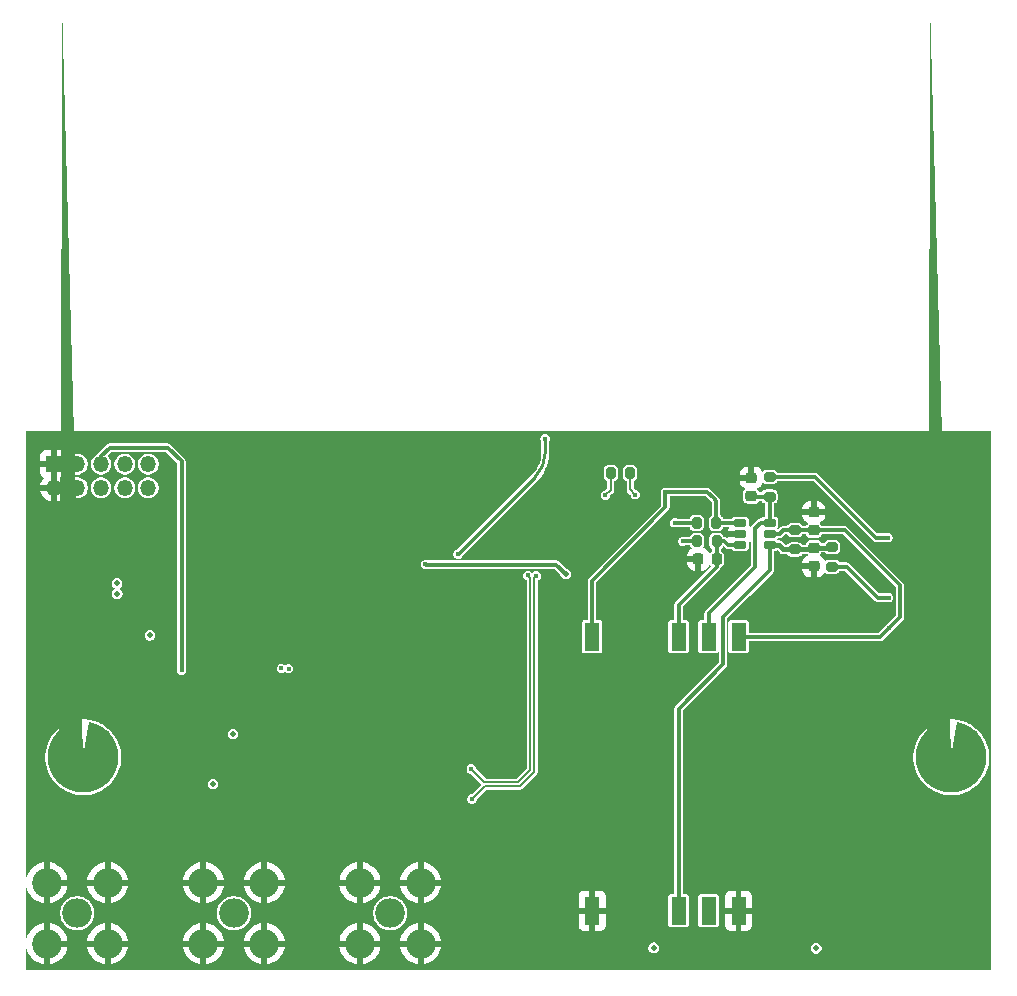
<source format=gbl>
G04 #@! TF.GenerationSoftware,KiCad,Pcbnew,9.0.0*
G04 #@! TF.CreationDate,2025-09-02T13:29:40+03:00*
G04 #@! TF.ProjectId,GSM_SMA_V1.0,47534d5f-534d-4415-9f56-312e302e6b69,rev?*
G04 #@! TF.SameCoordinates,Original*
G04 #@! TF.FileFunction,Copper,L4,Bot*
G04 #@! TF.FilePolarity,Positive*
%FSLAX46Y46*%
G04 Gerber Fmt 4.6, Leading zero omitted, Abs format (unit mm)*
G04 Created by KiCad (PCBNEW 9.0.0) date 2025-09-02 13:29:40*
%MOMM*%
%LPD*%
G01*
G04 APERTURE LIST*
G04 Aperture macros list*
%AMRoundRect*
0 Rectangle with rounded corners*
0 $1 Rounding radius*
0 $2 $3 $4 $5 $6 $7 $8 $9 X,Y pos of 4 corners*
0 Add a 4 corners polygon primitive as box body*
4,1,4,$2,$3,$4,$5,$6,$7,$8,$9,$2,$3,0*
0 Add four circle primitives for the rounded corners*
1,1,$1+$1,$2,$3*
1,1,$1+$1,$4,$5*
1,1,$1+$1,$6,$7*
1,1,$1+$1,$8,$9*
0 Add four rect primitives between the rounded corners*
20,1,$1+$1,$2,$3,$4,$5,0*
20,1,$1+$1,$4,$5,$6,$7,0*
20,1,$1+$1,$6,$7,$8,$9,0*
20,1,$1+$1,$8,$9,$2,$3,0*%
%AMFreePoly0*
4,1,57,0.502519,2.957613,0.830507,2.882752,1.148050,2.771639,1.451157,2.625670,1.736014,2.446683,1.999040,2.236926,2.236926,1.999040,2.446683,1.736014,2.625670,1.451157,2.771639,1.148050,2.882752,0.830507,2.957613,0.502519,2.995280,0.168211,2.995280,-0.168211,2.957613,-0.502519,2.882752,-0.830507,2.771639,-1.148050,2.625670,-1.451157,2.446683,-1.736014,2.236926,-1.999040,
1.999040,-2.236926,1.736014,-2.446683,1.451157,-2.625670,1.148050,-2.771639,0.830507,-2.882752,0.502519,-2.957613,0.168211,-2.995280,-0.168211,-2.995280,-0.502519,-2.957613,-0.830507,-2.882752,-1.148050,-2.771639,-1.451157,-2.625670,-1.736014,-2.446683,-1.999040,-2.236926,-2.236926,-1.999040,-2.446683,-1.736014,-2.625670,-1.451157,-2.771639,-1.148050,-2.882752,-0.830507,-2.957613,-0.502519,
-2.995280,-0.168211,-2.995280,0.168211,-2.957613,0.502519,-2.882752,0.830507,-2.771639,1.148050,-2.625670,1.451157,-2.446683,1.736014,-2.236926,1.999040,-1.999040,2.236926,-1.736014,2.446683,-1.451157,2.625670,-1.148050,2.771639,-0.830507,2.882752,-0.502519,2.957613,-0.168211,2.995280,0.168211,2.995280,0.502519,2.957613,0.502519,2.957613,$1*%
G04 Aperture macros list end*
G04 #@! TA.AperFunction,WasherPad*
%ADD10FreePoly0,270.000000*%
G04 #@! TD*
G04 #@! TA.AperFunction,ComponentPad*
%ADD11O,2.500000X2.500000*%
G04 #@! TD*
G04 #@! TA.AperFunction,SMDPad,CuDef*
%ADD12RoundRect,0.225000X-0.250000X0.225000X-0.250000X-0.225000X0.250000X-0.225000X0.250000X0.225000X0*%
G04 #@! TD*
G04 #@! TA.AperFunction,SMDPad,CuDef*
%ADD13RoundRect,0.200000X-0.275000X0.200000X-0.275000X-0.200000X0.275000X-0.200000X0.275000X0.200000X0*%
G04 #@! TD*
G04 #@! TA.AperFunction,SMDPad,CuDef*
%ADD14RoundRect,0.225000X0.225000X0.250000X-0.225000X0.250000X-0.225000X-0.250000X0.225000X-0.250000X0*%
G04 #@! TD*
G04 #@! TA.AperFunction,SMDPad,CuDef*
%ADD15RoundRect,0.130435X-0.419565X0.169565X-0.419565X-0.169565X0.419565X-0.169565X0.419565X0.169565X0*%
G04 #@! TD*
G04 #@! TA.AperFunction,SMDPad,CuDef*
%ADD16RoundRect,0.200000X-0.200000X-0.275000X0.200000X-0.275000X0.200000X0.275000X-0.200000X0.275000X0*%
G04 #@! TD*
G04 #@! TA.AperFunction,SMDPad,CuDef*
%ADD17RoundRect,0.200000X0.200000X0.275000X-0.200000X0.275000X-0.200000X-0.275000X0.200000X-0.275000X0*%
G04 #@! TD*
G04 #@! TA.AperFunction,SMDPad,CuDef*
%ADD18RoundRect,0.225000X0.250000X-0.225000X0.250000X0.225000X-0.250000X0.225000X-0.250000X-0.225000X0*%
G04 #@! TD*
G04 #@! TA.AperFunction,ComponentPad*
%ADD19R,1.350000X1.350000*%
G04 #@! TD*
G04 #@! TA.AperFunction,ComponentPad*
%ADD20O,1.350000X1.350000*%
G04 #@! TD*
G04 #@! TA.AperFunction,SMDPad,CuDef*
%ADD21R,1.300000X2.400000*%
G04 #@! TD*
G04 #@! TA.AperFunction,SMDPad,CuDef*
%ADD22RoundRect,0.200000X0.275000X-0.200000X0.275000X0.200000X-0.275000X0.200000X-0.275000X-0.200000X0*%
G04 #@! TD*
G04 #@! TA.AperFunction,ViaPad*
%ADD23C,0.400000*%
G04 #@! TD*
G04 #@! TA.AperFunction,ViaPad*
%ADD24C,0.508000*%
G04 #@! TD*
G04 #@! TA.AperFunction,ViaPad*
%ADD25C,0.500000*%
G04 #@! TD*
G04 #@! TA.AperFunction,Conductor*
%ADD26C,0.300000*%
G04 #@! TD*
G04 #@! TA.AperFunction,Conductor*
%ADD27C,0.350000*%
G04 #@! TD*
G04 #@! TA.AperFunction,Conductor*
%ADD28C,0.400000*%
G04 #@! TD*
G04 #@! TA.AperFunction,Conductor*
%ADD29C,0.254000*%
G04 #@! TD*
G04 #@! TA.AperFunction,Conductor*
%ADD30C,0.200000*%
G04 #@! TD*
G04 APERTURE END LIST*
D10*
X80130000Y-103490000D03*
D11*
X106140000Y-116690000D03*
X103565000Y-114115000D03*
X108715000Y-114115000D03*
X108715000Y-119265000D03*
X103565000Y-119265000D03*
D10*
X153630000Y-103490000D03*
D11*
X92890000Y-116690000D03*
X90315000Y-114115000D03*
X95465000Y-114115000D03*
X95465000Y-119265000D03*
X90315000Y-119265000D03*
X79640000Y-116690000D03*
X77065000Y-114115000D03*
X82215000Y-114115000D03*
X82215000Y-119265000D03*
X77065000Y-119265000D03*
D12*
X141990000Y-85745000D03*
X141990000Y-87295000D03*
D13*
X138245000Y-79760000D03*
X138245000Y-81410000D03*
D14*
X133755000Y-86710000D03*
X132205000Y-86710000D03*
D15*
X135750000Y-85515000D03*
X135750000Y-84565000D03*
X135750000Y-83615000D03*
X138250000Y-83615000D03*
X138250000Y-84565000D03*
X138250000Y-85515000D03*
D16*
X124795000Y-79420000D03*
X126445000Y-79420000D03*
D17*
X133725000Y-83630000D03*
X132075000Y-83630000D03*
D18*
X136695000Y-81370000D03*
X136695000Y-79820000D03*
D19*
X77650000Y-78670000D03*
D20*
X77650000Y-80670000D03*
X79650000Y-78670000D03*
X79650000Y-80670000D03*
X81650000Y-78670000D03*
X81650000Y-80670000D03*
X83650000Y-78670000D03*
X83650000Y-80670000D03*
X85650000Y-78670000D03*
X85650000Y-80670000D03*
D16*
X132105000Y-85180000D03*
X133755000Y-85180000D03*
D13*
X140370000Y-84240000D03*
X140370000Y-85890000D03*
D21*
X135620000Y-116490000D03*
X133080000Y-116490000D03*
X130540000Y-116490000D03*
X130540000Y-93290000D03*
X133080000Y-93290000D03*
X135620000Y-93290000D03*
X123220000Y-116490000D03*
X123220000Y-93290000D03*
D18*
X141990000Y-84270000D03*
X141990000Y-82720000D03*
D22*
X143510000Y-87345000D03*
X143510000Y-85695000D03*
D23*
X99910000Y-84640000D03*
X134770000Y-84570000D03*
D24*
X128430000Y-119620000D03*
X91120000Y-105740000D03*
X92810000Y-101520000D03*
X83010000Y-89640000D03*
X142190000Y-119650000D03*
X83000000Y-88770000D03*
D23*
X148400000Y-92500000D03*
X119250000Y-76510000D03*
X111875000Y-86295000D03*
X109110000Y-87150000D03*
D24*
X120995000Y-87965000D03*
D23*
X118490000Y-88120000D03*
X113060000Y-107010000D03*
X88460000Y-96120000D03*
X117770000Y-88090000D03*
X112990000Y-104470000D03*
D25*
X85790000Y-93160000D03*
D23*
X97520000Y-95980000D03*
X96910000Y-95970000D03*
X124340000Y-81310000D03*
X126880000Y-81250000D03*
X148270000Y-84880000D03*
X130910000Y-85200000D03*
X130220000Y-83630000D03*
X129430000Y-81040000D03*
X148330000Y-89960000D03*
D26*
X135750000Y-84565000D02*
X134775000Y-84565000D01*
X134775000Y-84565000D02*
X134770000Y-84570000D01*
X140370000Y-84240000D02*
X141960000Y-84240000D01*
X139420000Y-84240000D02*
X140370000Y-84240000D01*
X139095000Y-84565000D02*
X139420000Y-84240000D01*
X149280000Y-91620000D02*
X148400000Y-92500000D01*
X141960000Y-84240000D02*
X141990000Y-84270000D01*
X147610000Y-93290000D02*
X148400000Y-92500000D01*
X138250000Y-84565000D02*
X139095000Y-84565000D01*
X149280000Y-88930000D02*
X149280000Y-91620000D01*
X144620000Y-84270000D02*
X149280000Y-88930000D01*
X141990000Y-84270000D02*
X144620000Y-84270000D01*
X135620000Y-93290000D02*
X147610000Y-93290000D01*
X133755000Y-87355000D02*
X133755000Y-86710000D01*
X130540000Y-90570000D02*
X133755000Y-87355000D01*
X130540000Y-93290000D02*
X130540000Y-90570000D01*
X133755000Y-86710000D02*
X133755000Y-85180000D01*
X133755000Y-85180000D02*
X134420000Y-85180000D01*
X134755000Y-85515000D02*
X135750000Y-85515000D01*
X134420000Y-85180000D02*
X134755000Y-85515000D01*
X138245000Y-81410000D02*
X136735000Y-81410000D01*
D27*
X136735000Y-81410000D02*
X136695000Y-81370000D01*
D26*
X133080000Y-91280000D02*
X137000000Y-87360000D01*
X133080000Y-93290000D02*
X133080000Y-91280000D01*
X137000000Y-87360000D02*
X137000000Y-84110000D01*
X137495000Y-83615000D02*
X138250000Y-83615000D01*
X138245000Y-83610000D02*
X138250000Y-83615000D01*
X138245000Y-81410000D02*
X138245000Y-83610000D01*
X137000000Y-84110000D02*
X137495000Y-83615000D01*
D28*
X138250000Y-85515000D02*
X139035000Y-85515000D01*
D26*
X134320000Y-95620000D02*
X134320000Y-91580000D01*
X130540000Y-99400000D02*
X134320000Y-95620000D01*
X138250000Y-87650000D02*
X138250000Y-85515000D01*
D28*
X140370000Y-85890000D02*
X141845000Y-85890000D01*
D26*
X130540000Y-116490000D02*
X130540000Y-99400000D01*
D28*
X143460000Y-85745000D02*
X143510000Y-85695000D01*
X139035000Y-85515000D02*
X139410000Y-85890000D01*
X141990000Y-85745000D02*
X143460000Y-85745000D01*
D26*
X134320000Y-91580000D02*
X138250000Y-87650000D01*
D28*
X141845000Y-85890000D02*
X141990000Y-85745000D01*
X139410000Y-85890000D02*
X140370000Y-85890000D01*
D29*
X119250000Y-77715000D02*
X119250000Y-76510000D01*
X118397936Y-79772063D02*
X111875000Y-86295000D01*
X119250000Y-77715000D02*
G75*
G02*
X118397931Y-79772058I-2909100J0D01*
G01*
D26*
X109110000Y-87150000D02*
X109131000Y-87171000D01*
X120201000Y-87171000D02*
X120995000Y-87965000D01*
X109131000Y-87171000D02*
X120201000Y-87171000D01*
D30*
X118300000Y-88500000D02*
X118300000Y-88310000D01*
X114152000Y-105918000D02*
X113060000Y-107010000D01*
X118300000Y-88310000D02*
X118490000Y-88120000D01*
X118300000Y-88500000D02*
X118300000Y-104720000D01*
X117102000Y-105918000D02*
X114152000Y-105918000D01*
X118300000Y-104720000D02*
X117102000Y-105918000D01*
D26*
X82370000Y-77260000D02*
X87290000Y-77260000D01*
X88460000Y-78430000D02*
X88460000Y-96120000D01*
X81650000Y-77980000D02*
X82370000Y-77260000D01*
X81650000Y-78670000D02*
X81650000Y-77980000D01*
X87290000Y-77260000D02*
X88460000Y-78430000D01*
D30*
X114110000Y-105590000D02*
X116966138Y-105590000D01*
X112990000Y-104470000D02*
X114110000Y-105590000D01*
X117972000Y-88292000D02*
X117770000Y-88090000D01*
X117972000Y-104584138D02*
X117972000Y-88292000D01*
X116966138Y-105590000D02*
X117972000Y-104584138D01*
X124795000Y-80855000D02*
X124340000Y-81310000D01*
X124795000Y-79420000D02*
X124795000Y-80855000D01*
X126445000Y-79420000D02*
X126445000Y-80815000D01*
X126445000Y-80815000D02*
X126880000Y-81250000D01*
D26*
X142120000Y-79760000D02*
X147240000Y-84880000D01*
X138245000Y-79760000D02*
X142120000Y-79760000D01*
X147240000Y-84880000D02*
X148270000Y-84880000D01*
X132105000Y-85180000D02*
X130930000Y-85180000D01*
X130930000Y-85180000D02*
X130910000Y-85200000D01*
X130220000Y-83630000D02*
X132075000Y-83630000D01*
X123220000Y-88530000D02*
X129430000Y-82320000D01*
X135735000Y-83630000D02*
X135750000Y-83615000D01*
X132980000Y-81040000D02*
X129430000Y-81040000D01*
X133725000Y-81785000D02*
X133510000Y-81570000D01*
X123220000Y-93290000D02*
X123220000Y-88530000D01*
X133725000Y-83630000D02*
X135735000Y-83630000D01*
X133510000Y-81570000D02*
X132980000Y-81040000D01*
X133725000Y-83630000D02*
X133725000Y-81785000D01*
X129430000Y-82320000D02*
X129430000Y-81040000D01*
X144795000Y-87345000D02*
X147410000Y-89960000D01*
X147410000Y-89960000D02*
X148330000Y-89960000D01*
X143510000Y-87345000D02*
X144795000Y-87345000D01*
G04 #@! TA.AperFunction,Conductor*
G36*
X77900000Y-80354314D02*
G01*
X77895606Y-80349920D01*
X77804394Y-80297259D01*
X77702661Y-80270000D01*
X77597339Y-80270000D01*
X77495606Y-80297259D01*
X77404394Y-80349920D01*
X77400000Y-80354314D01*
X77400000Y-78985686D01*
X77404394Y-78990080D01*
X77495606Y-79042741D01*
X77597339Y-79070000D01*
X77702661Y-79070000D01*
X77804394Y-79042741D01*
X77895606Y-78990080D01*
X77900000Y-78985686D01*
X77900000Y-80354314D01*
G37*
G04 #@! TD.AperFunction*
G04 #@! TA.AperFunction,Conductor*
G36*
X156975148Y-75854852D02*
G01*
X156989500Y-75889500D01*
X156989500Y-121490500D01*
X156975148Y-121525148D01*
X156940500Y-121539500D01*
X75339500Y-121539500D01*
X75304852Y-121525148D01*
X75290500Y-121490500D01*
X75290500Y-119776148D01*
X75304852Y-119741500D01*
X75339500Y-119727148D01*
X75374148Y-119741500D01*
X75386830Y-119763466D01*
X75404315Y-119828721D01*
X75404317Y-119828727D01*
X75492105Y-120040667D01*
X75606804Y-120239331D01*
X75606814Y-120239346D01*
X75746452Y-120421325D01*
X75746462Y-120421337D01*
X75908662Y-120583537D01*
X75908674Y-120583547D01*
X76090653Y-120723185D01*
X76090668Y-120723195D01*
X76289333Y-120837894D01*
X76289332Y-120837894D01*
X76501272Y-120925682D01*
X76501278Y-120925684D01*
X76722847Y-120985054D01*
X76815000Y-120997187D01*
X76815000Y-119973240D01*
X76846233Y-119986178D01*
X76991131Y-120015000D01*
X77138869Y-120015000D01*
X77283767Y-119986178D01*
X77315000Y-119973240D01*
X77315000Y-120997186D01*
X77407152Y-120985054D01*
X77628721Y-120925684D01*
X77628727Y-120925682D01*
X77840667Y-120837894D01*
X78039331Y-120723195D01*
X78039346Y-120723185D01*
X78221325Y-120583547D01*
X78221337Y-120583537D01*
X78383537Y-120421337D01*
X78383547Y-120421325D01*
X78523185Y-120239346D01*
X78523195Y-120239331D01*
X78637894Y-120040667D01*
X78725682Y-119828727D01*
X78725684Y-119828721D01*
X78785054Y-119607152D01*
X78797188Y-119515000D01*
X77773241Y-119515000D01*
X77786178Y-119483767D01*
X77815000Y-119338869D01*
X77815000Y-119191131D01*
X77786178Y-119046233D01*
X77773241Y-119015000D01*
X78797187Y-119015000D01*
X80482812Y-119015000D01*
X81506759Y-119015000D01*
X81493822Y-119046233D01*
X81465000Y-119191131D01*
X81465000Y-119338869D01*
X81493822Y-119483767D01*
X81506759Y-119515000D01*
X80482812Y-119515000D01*
X80494945Y-119607152D01*
X80554315Y-119828721D01*
X80554317Y-119828727D01*
X80642105Y-120040667D01*
X80756804Y-120239331D01*
X80756814Y-120239346D01*
X80896452Y-120421325D01*
X80896462Y-120421337D01*
X81058662Y-120583537D01*
X81058674Y-120583547D01*
X81240653Y-120723185D01*
X81240668Y-120723195D01*
X81439333Y-120837894D01*
X81439332Y-120837894D01*
X81651272Y-120925682D01*
X81651278Y-120925684D01*
X81872847Y-120985054D01*
X81965000Y-120997187D01*
X81965000Y-119973240D01*
X81996233Y-119986178D01*
X82141131Y-120015000D01*
X82288869Y-120015000D01*
X82433767Y-119986178D01*
X82465000Y-119973240D01*
X82465000Y-120997186D01*
X82557152Y-120985054D01*
X82778721Y-120925684D01*
X82778727Y-120925682D01*
X82990667Y-120837894D01*
X83189331Y-120723195D01*
X83189346Y-120723185D01*
X83371325Y-120583547D01*
X83371337Y-120583537D01*
X83533537Y-120421337D01*
X83533547Y-120421325D01*
X83673185Y-120239346D01*
X83673195Y-120239331D01*
X83787894Y-120040667D01*
X83875682Y-119828727D01*
X83875684Y-119828721D01*
X83935054Y-119607152D01*
X83947188Y-119515000D01*
X82923241Y-119515000D01*
X82936178Y-119483767D01*
X82965000Y-119338869D01*
X82965000Y-119191131D01*
X82936178Y-119046233D01*
X82923241Y-119015000D01*
X83947187Y-119015000D01*
X88582812Y-119015000D01*
X89606759Y-119015000D01*
X89593822Y-119046233D01*
X89565000Y-119191131D01*
X89565000Y-119338869D01*
X89593822Y-119483767D01*
X89606759Y-119515000D01*
X88582812Y-119515000D01*
X88594945Y-119607152D01*
X88654315Y-119828721D01*
X88654317Y-119828727D01*
X88742105Y-120040667D01*
X88856804Y-120239331D01*
X88856814Y-120239346D01*
X88996452Y-120421325D01*
X88996462Y-120421337D01*
X89158662Y-120583537D01*
X89158674Y-120583547D01*
X89340653Y-120723185D01*
X89340668Y-120723195D01*
X89539333Y-120837894D01*
X89539332Y-120837894D01*
X89751272Y-120925682D01*
X89751278Y-120925684D01*
X89972847Y-120985054D01*
X90065000Y-120997187D01*
X90065000Y-119973240D01*
X90096233Y-119986178D01*
X90241131Y-120015000D01*
X90388869Y-120015000D01*
X90533767Y-119986178D01*
X90565000Y-119973240D01*
X90565000Y-120997186D01*
X90657152Y-120985054D01*
X90878721Y-120925684D01*
X90878727Y-120925682D01*
X91090667Y-120837894D01*
X91289331Y-120723195D01*
X91289346Y-120723185D01*
X91471325Y-120583547D01*
X91471337Y-120583537D01*
X91633537Y-120421337D01*
X91633547Y-120421325D01*
X91773185Y-120239346D01*
X91773195Y-120239331D01*
X91887894Y-120040667D01*
X91975682Y-119828727D01*
X91975684Y-119828721D01*
X92035054Y-119607152D01*
X92047188Y-119515000D01*
X91023241Y-119515000D01*
X91036178Y-119483767D01*
X91065000Y-119338869D01*
X91065000Y-119191131D01*
X91036178Y-119046233D01*
X91023241Y-119015000D01*
X92047187Y-119015000D01*
X93732812Y-119015000D01*
X94756759Y-119015000D01*
X94743822Y-119046233D01*
X94715000Y-119191131D01*
X94715000Y-119338869D01*
X94743822Y-119483767D01*
X94756759Y-119515000D01*
X93732812Y-119515000D01*
X93744945Y-119607152D01*
X93804315Y-119828721D01*
X93804317Y-119828727D01*
X93892105Y-120040667D01*
X94006804Y-120239331D01*
X94006814Y-120239346D01*
X94146452Y-120421325D01*
X94146462Y-120421337D01*
X94308662Y-120583537D01*
X94308674Y-120583547D01*
X94490653Y-120723185D01*
X94490668Y-120723195D01*
X94689333Y-120837894D01*
X94689332Y-120837894D01*
X94901272Y-120925682D01*
X94901278Y-120925684D01*
X95122847Y-120985054D01*
X95215000Y-120997187D01*
X95215000Y-119973240D01*
X95246233Y-119986178D01*
X95391131Y-120015000D01*
X95538869Y-120015000D01*
X95683767Y-119986178D01*
X95715000Y-119973240D01*
X95715000Y-120997186D01*
X95807152Y-120985054D01*
X96028721Y-120925684D01*
X96028727Y-120925682D01*
X96240667Y-120837894D01*
X96439331Y-120723195D01*
X96439346Y-120723185D01*
X96621325Y-120583547D01*
X96621337Y-120583537D01*
X96783537Y-120421337D01*
X96783547Y-120421325D01*
X96923185Y-120239346D01*
X96923195Y-120239331D01*
X97037894Y-120040667D01*
X97125682Y-119828727D01*
X97125684Y-119828721D01*
X97185054Y-119607152D01*
X97197188Y-119515000D01*
X96173241Y-119515000D01*
X96186178Y-119483767D01*
X96215000Y-119338869D01*
X96215000Y-119191131D01*
X96186178Y-119046233D01*
X96173241Y-119015000D01*
X97197187Y-119015000D01*
X101832812Y-119015000D01*
X102856759Y-119015000D01*
X102843822Y-119046233D01*
X102815000Y-119191131D01*
X102815000Y-119338869D01*
X102843822Y-119483767D01*
X102856759Y-119515000D01*
X101832812Y-119515000D01*
X101844945Y-119607152D01*
X101904315Y-119828721D01*
X101904317Y-119828727D01*
X101992105Y-120040667D01*
X102106804Y-120239331D01*
X102106814Y-120239346D01*
X102246452Y-120421325D01*
X102246462Y-120421337D01*
X102408662Y-120583537D01*
X102408674Y-120583547D01*
X102590653Y-120723185D01*
X102590668Y-120723195D01*
X102789333Y-120837894D01*
X102789332Y-120837894D01*
X103001272Y-120925682D01*
X103001278Y-120925684D01*
X103222847Y-120985054D01*
X103315000Y-120997187D01*
X103315000Y-119973240D01*
X103346233Y-119986178D01*
X103491131Y-120015000D01*
X103638869Y-120015000D01*
X103783767Y-119986178D01*
X103815000Y-119973240D01*
X103815000Y-120997186D01*
X103907152Y-120985054D01*
X104128721Y-120925684D01*
X104128727Y-120925682D01*
X104340667Y-120837894D01*
X104539331Y-120723195D01*
X104539346Y-120723185D01*
X104721325Y-120583547D01*
X104721337Y-120583537D01*
X104883537Y-120421337D01*
X104883547Y-120421325D01*
X105023185Y-120239346D01*
X105023195Y-120239331D01*
X105137894Y-120040667D01*
X105225682Y-119828727D01*
X105225684Y-119828721D01*
X105285054Y-119607152D01*
X105297188Y-119515000D01*
X104273241Y-119515000D01*
X104286178Y-119483767D01*
X104315000Y-119338869D01*
X104315000Y-119191131D01*
X104286178Y-119046233D01*
X104273241Y-119015000D01*
X105297187Y-119015000D01*
X106982812Y-119015000D01*
X108006759Y-119015000D01*
X107993822Y-119046233D01*
X107965000Y-119191131D01*
X107965000Y-119338869D01*
X107993822Y-119483767D01*
X108006759Y-119515000D01*
X106982812Y-119515000D01*
X106994945Y-119607152D01*
X107054315Y-119828721D01*
X107054317Y-119828727D01*
X107142105Y-120040667D01*
X107256804Y-120239331D01*
X107256814Y-120239346D01*
X107396452Y-120421325D01*
X107396462Y-120421337D01*
X107558662Y-120583537D01*
X107558674Y-120583547D01*
X107740653Y-120723185D01*
X107740668Y-120723195D01*
X107939333Y-120837894D01*
X107939332Y-120837894D01*
X108151272Y-120925682D01*
X108151278Y-120925684D01*
X108372847Y-120985054D01*
X108465000Y-120997187D01*
X108465000Y-119973240D01*
X108496233Y-119986178D01*
X108641131Y-120015000D01*
X108788869Y-120015000D01*
X108933767Y-119986178D01*
X108965000Y-119973240D01*
X108965000Y-120997186D01*
X109057152Y-120985054D01*
X109278721Y-120925684D01*
X109278727Y-120925682D01*
X109490667Y-120837894D01*
X109689331Y-120723195D01*
X109689346Y-120723185D01*
X109871325Y-120583547D01*
X109871337Y-120583537D01*
X110033537Y-120421337D01*
X110033547Y-120421325D01*
X110173185Y-120239346D01*
X110173195Y-120239331D01*
X110287894Y-120040667D01*
X110375682Y-119828727D01*
X110375684Y-119828721D01*
X110435054Y-119607152D01*
X110441241Y-119560160D01*
X127975500Y-119560160D01*
X127975500Y-119679839D01*
X128006472Y-119795430D01*
X128006473Y-119795433D01*
X128025696Y-119828727D01*
X128066309Y-119899070D01*
X128150930Y-119983691D01*
X128155238Y-119986178D01*
X128254566Y-120043526D01*
X128254569Y-120043527D01*
X128370160Y-120074499D01*
X128370161Y-120074500D01*
X128370164Y-120074500D01*
X128489839Y-120074500D01*
X128489839Y-120074499D01*
X128605431Y-120043527D01*
X128709070Y-119983691D01*
X128793691Y-119899070D01*
X128853527Y-119795431D01*
X128884499Y-119679839D01*
X128884500Y-119679839D01*
X128884500Y-119590160D01*
X141735500Y-119590160D01*
X141735500Y-119709839D01*
X141766472Y-119825430D01*
X141766473Y-119825433D01*
X141808988Y-119899070D01*
X141826309Y-119929070D01*
X141910930Y-120013691D01*
X141948862Y-120035591D01*
X142014566Y-120073526D01*
X142014569Y-120073527D01*
X142130160Y-120104499D01*
X142130161Y-120104500D01*
X142130164Y-120104500D01*
X142249839Y-120104500D01*
X142249839Y-120104499D01*
X142365431Y-120073527D01*
X142469070Y-120013691D01*
X142553691Y-119929070D01*
X142613527Y-119825431D01*
X142644499Y-119709839D01*
X142644500Y-119709839D01*
X142644500Y-119590161D01*
X142644499Y-119590160D01*
X142613527Y-119474569D01*
X142613526Y-119474566D01*
X142553690Y-119370929D01*
X142469070Y-119286309D01*
X142365433Y-119226473D01*
X142365430Y-119226472D01*
X142249839Y-119195500D01*
X142249836Y-119195500D01*
X142130164Y-119195500D01*
X142130161Y-119195500D01*
X142014569Y-119226472D01*
X142014566Y-119226473D01*
X141910929Y-119286309D01*
X141910929Y-119286310D01*
X141826310Y-119370929D01*
X141826309Y-119370929D01*
X141766473Y-119474566D01*
X141766472Y-119474569D01*
X141735500Y-119590160D01*
X128884500Y-119590160D01*
X128884500Y-119560161D01*
X128884499Y-119560160D01*
X128853527Y-119444569D01*
X128853526Y-119444566D01*
X128815591Y-119378862D01*
X128793691Y-119340930D01*
X128709070Y-119256309D01*
X128605433Y-119196473D01*
X128605430Y-119196472D01*
X128489839Y-119165500D01*
X128489836Y-119165500D01*
X128370164Y-119165500D01*
X128370161Y-119165500D01*
X128254569Y-119196472D01*
X128254566Y-119196473D01*
X128150929Y-119256309D01*
X128150929Y-119256310D01*
X128066310Y-119340929D01*
X128066309Y-119340929D01*
X128006473Y-119444566D01*
X128006472Y-119444569D01*
X127975500Y-119560160D01*
X110441241Y-119560160D01*
X110442506Y-119550556D01*
X110442506Y-119550555D01*
X110447188Y-119515000D01*
X109423241Y-119515000D01*
X109436178Y-119483767D01*
X109465000Y-119338869D01*
X109465000Y-119191131D01*
X109436178Y-119046233D01*
X109423241Y-119015000D01*
X110447187Y-119015000D01*
X110435054Y-118922847D01*
X110375684Y-118701278D01*
X110375682Y-118701272D01*
X110287894Y-118489332D01*
X110173195Y-118290668D01*
X110173185Y-118290653D01*
X110033547Y-118108674D01*
X110033537Y-118108662D01*
X109871337Y-117946462D01*
X109871325Y-117946452D01*
X109689346Y-117806814D01*
X109689331Y-117806804D01*
X109569871Y-117737834D01*
X122070000Y-117737834D01*
X122076401Y-117797372D01*
X122076401Y-117797373D01*
X122126648Y-117932091D01*
X122212811Y-118047188D01*
X122327908Y-118133351D01*
X122462626Y-118183598D01*
X122522166Y-118190000D01*
X122970000Y-118190000D01*
X123470000Y-118190000D01*
X123917834Y-118190000D01*
X123977372Y-118183598D01*
X123977373Y-118183598D01*
X124112091Y-118133351D01*
X124227188Y-118047188D01*
X124313351Y-117932091D01*
X124363598Y-117797373D01*
X124363598Y-117797372D01*
X124370000Y-117737834D01*
X124370000Y-116740000D01*
X123470000Y-116740000D01*
X123470000Y-118190000D01*
X122970000Y-118190000D01*
X122970000Y-116740000D01*
X122070000Y-116740000D01*
X122070000Y-117737834D01*
X109569871Y-117737834D01*
X109490666Y-117692105D01*
X109490667Y-117692105D01*
X109278727Y-117604317D01*
X109278721Y-117604315D01*
X109057152Y-117544945D01*
X108965000Y-117532812D01*
X108965000Y-118556759D01*
X108933767Y-118543822D01*
X108788869Y-118515000D01*
X108641131Y-118515000D01*
X108496233Y-118543822D01*
X108465000Y-118556759D01*
X108465000Y-117532812D01*
X108372847Y-117544945D01*
X108151278Y-117604315D01*
X108151272Y-117604317D01*
X107939332Y-117692105D01*
X107740668Y-117806804D01*
X107740653Y-117806814D01*
X107558674Y-117946452D01*
X107558662Y-117946462D01*
X107396462Y-118108662D01*
X107396452Y-118108674D01*
X107256814Y-118290653D01*
X107256804Y-118290668D01*
X107142105Y-118489332D01*
X107054317Y-118701272D01*
X107054315Y-118701278D01*
X106994945Y-118922847D01*
X106982812Y-119015000D01*
X105297187Y-119015000D01*
X105285054Y-118922847D01*
X105225684Y-118701278D01*
X105225682Y-118701272D01*
X105137894Y-118489332D01*
X105023195Y-118290668D01*
X105023185Y-118290653D01*
X104883547Y-118108674D01*
X104883537Y-118108662D01*
X104721337Y-117946462D01*
X104721325Y-117946452D01*
X104539346Y-117806814D01*
X104539331Y-117806804D01*
X104340666Y-117692105D01*
X104340667Y-117692105D01*
X104128727Y-117604317D01*
X104128721Y-117604315D01*
X103907152Y-117544945D01*
X103815000Y-117532812D01*
X103815000Y-118556759D01*
X103783767Y-118543822D01*
X103638869Y-118515000D01*
X103491131Y-118515000D01*
X103346233Y-118543822D01*
X103315000Y-118556759D01*
X103315000Y-117532812D01*
X103222847Y-117544945D01*
X103001278Y-117604315D01*
X103001272Y-117604317D01*
X102789332Y-117692105D01*
X102590668Y-117806804D01*
X102590653Y-117806814D01*
X102408674Y-117946452D01*
X102408662Y-117946462D01*
X102246462Y-118108662D01*
X102246452Y-118108674D01*
X102106814Y-118290653D01*
X102106804Y-118290668D01*
X101992105Y-118489332D01*
X101904317Y-118701272D01*
X101904315Y-118701278D01*
X101844945Y-118922847D01*
X101832812Y-119015000D01*
X97197187Y-119015000D01*
X97185054Y-118922847D01*
X97125684Y-118701278D01*
X97125682Y-118701272D01*
X97037894Y-118489332D01*
X96923195Y-118290668D01*
X96923185Y-118290653D01*
X96783547Y-118108674D01*
X96783537Y-118108662D01*
X96621337Y-117946462D01*
X96621325Y-117946452D01*
X96439346Y-117806814D01*
X96439331Y-117806804D01*
X96240666Y-117692105D01*
X96240667Y-117692105D01*
X96028727Y-117604317D01*
X96028721Y-117604315D01*
X95807152Y-117544945D01*
X95715000Y-117532812D01*
X95715000Y-118556759D01*
X95683767Y-118543822D01*
X95538869Y-118515000D01*
X95391131Y-118515000D01*
X95246233Y-118543822D01*
X95215000Y-118556759D01*
X95215000Y-117532812D01*
X95122847Y-117544945D01*
X94901278Y-117604315D01*
X94901272Y-117604317D01*
X94689332Y-117692105D01*
X94490668Y-117806804D01*
X94490653Y-117806814D01*
X94308674Y-117946452D01*
X94308662Y-117946462D01*
X94146462Y-118108662D01*
X94146452Y-118108674D01*
X94006814Y-118290653D01*
X94006804Y-118290668D01*
X93892105Y-118489332D01*
X93804317Y-118701272D01*
X93804315Y-118701278D01*
X93744945Y-118922847D01*
X93732812Y-119015000D01*
X92047187Y-119015000D01*
X92035054Y-118922847D01*
X91975684Y-118701278D01*
X91975682Y-118701272D01*
X91887894Y-118489332D01*
X91773195Y-118290668D01*
X91773185Y-118290653D01*
X91633547Y-118108674D01*
X91633537Y-118108662D01*
X91471337Y-117946462D01*
X91471325Y-117946452D01*
X91289346Y-117806814D01*
X91289331Y-117806804D01*
X91090666Y-117692105D01*
X91090667Y-117692105D01*
X90878727Y-117604317D01*
X90878721Y-117604315D01*
X90657152Y-117544945D01*
X90565000Y-117532812D01*
X90565000Y-118556759D01*
X90533767Y-118543822D01*
X90388869Y-118515000D01*
X90241131Y-118515000D01*
X90096233Y-118543822D01*
X90065000Y-118556759D01*
X90065000Y-117532812D01*
X89972847Y-117544945D01*
X89751278Y-117604315D01*
X89751272Y-117604317D01*
X89539332Y-117692105D01*
X89340668Y-117806804D01*
X89340653Y-117806814D01*
X89158674Y-117946452D01*
X89158662Y-117946462D01*
X88996462Y-118108662D01*
X88996452Y-118108674D01*
X88856814Y-118290653D01*
X88856804Y-118290668D01*
X88742105Y-118489332D01*
X88654317Y-118701272D01*
X88654315Y-118701278D01*
X88594945Y-118922847D01*
X88582812Y-119015000D01*
X83947187Y-119015000D01*
X83935054Y-118922847D01*
X83875684Y-118701278D01*
X83875682Y-118701272D01*
X83787894Y-118489332D01*
X83673195Y-118290668D01*
X83673185Y-118290653D01*
X83533547Y-118108674D01*
X83533537Y-118108662D01*
X83371337Y-117946462D01*
X83371325Y-117946452D01*
X83189346Y-117806814D01*
X83189331Y-117806804D01*
X82990666Y-117692105D01*
X82990667Y-117692105D01*
X82778727Y-117604317D01*
X82778721Y-117604315D01*
X82557152Y-117544945D01*
X82465000Y-117532812D01*
X82465000Y-118556759D01*
X82433767Y-118543822D01*
X82288869Y-118515000D01*
X82141131Y-118515000D01*
X81996233Y-118543822D01*
X81965000Y-118556759D01*
X81965000Y-117532812D01*
X81872847Y-117544945D01*
X81651278Y-117604315D01*
X81651272Y-117604317D01*
X81439332Y-117692105D01*
X81240668Y-117806804D01*
X81240653Y-117806814D01*
X81058674Y-117946452D01*
X81058662Y-117946462D01*
X80896462Y-118108662D01*
X80896452Y-118108674D01*
X80756814Y-118290653D01*
X80756804Y-118290668D01*
X80642105Y-118489332D01*
X80554317Y-118701272D01*
X80554315Y-118701278D01*
X80494945Y-118922847D01*
X80482812Y-119015000D01*
X78797187Y-119015000D01*
X78785054Y-118922847D01*
X78725684Y-118701278D01*
X78725682Y-118701272D01*
X78637894Y-118489332D01*
X78523195Y-118290668D01*
X78523185Y-118290653D01*
X78383547Y-118108674D01*
X78383537Y-118108662D01*
X78221337Y-117946462D01*
X78221325Y-117946452D01*
X78039346Y-117806814D01*
X78039331Y-117806804D01*
X77840666Y-117692105D01*
X77840667Y-117692105D01*
X77628727Y-117604317D01*
X77628721Y-117604315D01*
X77407152Y-117544945D01*
X77315000Y-117532812D01*
X77315000Y-118556759D01*
X77283767Y-118543822D01*
X77138869Y-118515000D01*
X76991131Y-118515000D01*
X76846233Y-118543822D01*
X76815000Y-118556759D01*
X76815000Y-117532812D01*
X76722847Y-117544945D01*
X76501278Y-117604315D01*
X76501272Y-117604317D01*
X76289332Y-117692105D01*
X76090668Y-117806804D01*
X76090653Y-117806814D01*
X75908674Y-117946452D01*
X75908662Y-117946462D01*
X75746462Y-118108662D01*
X75746452Y-118108674D01*
X75606814Y-118290653D01*
X75606804Y-118290668D01*
X75492105Y-118489332D01*
X75404317Y-118701272D01*
X75404316Y-118701275D01*
X75386830Y-118766534D01*
X75364000Y-118796286D01*
X75326817Y-118801181D01*
X75297065Y-118778351D01*
X75290500Y-118753851D01*
X75290500Y-116575843D01*
X78189500Y-116575843D01*
X78189500Y-116804156D01*
X78225215Y-117029657D01*
X78225216Y-117029660D01*
X78295769Y-117246800D01*
X78399417Y-117450221D01*
X78399421Y-117450228D01*
X78533621Y-117634937D01*
X78533623Y-117634939D01*
X78533626Y-117634943D01*
X78695056Y-117796373D01*
X78695059Y-117796375D01*
X78695063Y-117796379D01*
X78879772Y-117930579D01*
X79083201Y-118034231D01*
X79300340Y-118104784D01*
X79525843Y-118140500D01*
X79525844Y-118140500D01*
X79754156Y-118140500D01*
X79754157Y-118140500D01*
X79979660Y-118104784D01*
X80196799Y-118034231D01*
X80400228Y-117930579D01*
X80584937Y-117796379D01*
X80746379Y-117634937D01*
X80880579Y-117450228D01*
X80984231Y-117246799D01*
X81054784Y-117029660D01*
X81090500Y-116804157D01*
X81090500Y-116575843D01*
X91439500Y-116575843D01*
X91439500Y-116804156D01*
X91475215Y-117029657D01*
X91475216Y-117029660D01*
X91545769Y-117246800D01*
X91649417Y-117450221D01*
X91649421Y-117450228D01*
X91783621Y-117634937D01*
X91783623Y-117634939D01*
X91783626Y-117634943D01*
X91945056Y-117796373D01*
X91945059Y-117796375D01*
X91945063Y-117796379D01*
X92129772Y-117930579D01*
X92333201Y-118034231D01*
X92550340Y-118104784D01*
X92775843Y-118140500D01*
X92775844Y-118140500D01*
X93004156Y-118140500D01*
X93004157Y-118140500D01*
X93229660Y-118104784D01*
X93446799Y-118034231D01*
X93650228Y-117930579D01*
X93834937Y-117796379D01*
X93996379Y-117634937D01*
X94130579Y-117450228D01*
X94234231Y-117246799D01*
X94304784Y-117029660D01*
X94340500Y-116804157D01*
X94340500Y-116575843D01*
X104689500Y-116575843D01*
X104689500Y-116804156D01*
X104725215Y-117029657D01*
X104725216Y-117029660D01*
X104795769Y-117246800D01*
X104899417Y-117450221D01*
X104899421Y-117450228D01*
X105033621Y-117634937D01*
X105033623Y-117634939D01*
X105033626Y-117634943D01*
X105195056Y-117796373D01*
X105195059Y-117796375D01*
X105195063Y-117796379D01*
X105379772Y-117930579D01*
X105583201Y-118034231D01*
X105800340Y-118104784D01*
X106025843Y-118140500D01*
X106025844Y-118140500D01*
X106254156Y-118140500D01*
X106254157Y-118140500D01*
X106479660Y-118104784D01*
X106696799Y-118034231D01*
X106900228Y-117930579D01*
X107084937Y-117796379D01*
X107246379Y-117634937D01*
X107380579Y-117450228D01*
X107484231Y-117246799D01*
X107554784Y-117029660D01*
X107590500Y-116804157D01*
X107590500Y-116575843D01*
X107554784Y-116350340D01*
X107484231Y-116133201D01*
X107380579Y-115929772D01*
X107246379Y-115745063D01*
X107246375Y-115745059D01*
X107246373Y-115745056D01*
X107084943Y-115583626D01*
X107084939Y-115583623D01*
X107084937Y-115583621D01*
X106900228Y-115449421D01*
X106900222Y-115449418D01*
X106900221Y-115449417D01*
X106696800Y-115345769D01*
X106479660Y-115275216D01*
X106479657Y-115275215D01*
X106270983Y-115242165D01*
X106254157Y-115239500D01*
X106025843Y-115239500D01*
X106009017Y-115242165D01*
X105800342Y-115275215D01*
X105800339Y-115275216D01*
X105583199Y-115345769D01*
X105379778Y-115449417D01*
X105195056Y-115583626D01*
X105033626Y-115745056D01*
X104899417Y-115929778D01*
X104795769Y-116133199D01*
X104725216Y-116350339D01*
X104725215Y-116350342D01*
X104689500Y-116575843D01*
X94340500Y-116575843D01*
X94304784Y-116350340D01*
X94234231Y-116133201D01*
X94130579Y-115929772D01*
X93996379Y-115745063D01*
X93996375Y-115745059D01*
X93996373Y-115745056D01*
X93834943Y-115583626D01*
X93834939Y-115583623D01*
X93834937Y-115583621D01*
X93650228Y-115449421D01*
X93650222Y-115449418D01*
X93650221Y-115449417D01*
X93446800Y-115345769D01*
X93229660Y-115275216D01*
X93229657Y-115275215D01*
X93020983Y-115242165D01*
X93004157Y-115239500D01*
X92775843Y-115239500D01*
X92759017Y-115242165D01*
X92550342Y-115275215D01*
X92550339Y-115275216D01*
X92333199Y-115345769D01*
X92129778Y-115449417D01*
X91945056Y-115583626D01*
X91783626Y-115745056D01*
X91649417Y-115929778D01*
X91545769Y-116133199D01*
X91475216Y-116350339D01*
X91475215Y-116350342D01*
X91439500Y-116575843D01*
X81090500Y-116575843D01*
X81054784Y-116350340D01*
X80984231Y-116133201D01*
X80880579Y-115929772D01*
X80746379Y-115745063D01*
X80746375Y-115745059D01*
X80746373Y-115745056D01*
X80584943Y-115583626D01*
X80584939Y-115583623D01*
X80584937Y-115583621D01*
X80400228Y-115449421D01*
X80400222Y-115449418D01*
X80400221Y-115449417D01*
X80196800Y-115345769D01*
X79979660Y-115275216D01*
X79979657Y-115275215D01*
X79770983Y-115242165D01*
X79754157Y-115239500D01*
X79525843Y-115239500D01*
X79509017Y-115242165D01*
X79300342Y-115275215D01*
X79300339Y-115275216D01*
X79083199Y-115345769D01*
X78879778Y-115449417D01*
X78695056Y-115583626D01*
X78533626Y-115745056D01*
X78399417Y-115929778D01*
X78295769Y-116133199D01*
X78225216Y-116350339D01*
X78225215Y-116350342D01*
X78189500Y-116575843D01*
X75290500Y-116575843D01*
X75290500Y-114626148D01*
X75304852Y-114591500D01*
X75339500Y-114577148D01*
X75374148Y-114591500D01*
X75386830Y-114613466D01*
X75404315Y-114678721D01*
X75404317Y-114678727D01*
X75492105Y-114890667D01*
X75606804Y-115089331D01*
X75606814Y-115089346D01*
X75746452Y-115271325D01*
X75746462Y-115271337D01*
X75908662Y-115433537D01*
X75908674Y-115433547D01*
X76090653Y-115573185D01*
X76090668Y-115573195D01*
X76289333Y-115687894D01*
X76289332Y-115687894D01*
X76501272Y-115775682D01*
X76501278Y-115775684D01*
X76722847Y-115835054D01*
X76815000Y-115847187D01*
X76815000Y-114823240D01*
X76846233Y-114836178D01*
X76991131Y-114865000D01*
X77138869Y-114865000D01*
X77283767Y-114836178D01*
X77315000Y-114823240D01*
X77315000Y-115847186D01*
X77407152Y-115835054D01*
X77628721Y-115775684D01*
X77628727Y-115775682D01*
X77840667Y-115687894D01*
X78039331Y-115573195D01*
X78039346Y-115573185D01*
X78221325Y-115433547D01*
X78221337Y-115433537D01*
X78383537Y-115271337D01*
X78383547Y-115271325D01*
X78523185Y-115089346D01*
X78523195Y-115089331D01*
X78637894Y-114890667D01*
X78725682Y-114678727D01*
X78725684Y-114678721D01*
X78785054Y-114457152D01*
X78797188Y-114365000D01*
X77773241Y-114365000D01*
X77786178Y-114333767D01*
X77815000Y-114188869D01*
X77815000Y-114041131D01*
X77786178Y-113896233D01*
X77773241Y-113865000D01*
X78797187Y-113865000D01*
X80482812Y-113865000D01*
X81506759Y-113865000D01*
X81493822Y-113896233D01*
X81465000Y-114041131D01*
X81465000Y-114188869D01*
X81493822Y-114333767D01*
X81506759Y-114365000D01*
X80482812Y-114365000D01*
X80494945Y-114457152D01*
X80554315Y-114678721D01*
X80554317Y-114678727D01*
X80642105Y-114890667D01*
X80756804Y-115089331D01*
X80756814Y-115089346D01*
X80896452Y-115271325D01*
X80896462Y-115271337D01*
X81058662Y-115433537D01*
X81058674Y-115433547D01*
X81240653Y-115573185D01*
X81240668Y-115573195D01*
X81439333Y-115687894D01*
X81439332Y-115687894D01*
X81651272Y-115775682D01*
X81651278Y-115775684D01*
X81872847Y-115835054D01*
X81965000Y-115847187D01*
X81965000Y-114823240D01*
X81996233Y-114836178D01*
X82141131Y-114865000D01*
X82288869Y-114865000D01*
X82433767Y-114836178D01*
X82465000Y-114823240D01*
X82465000Y-115847186D01*
X82557152Y-115835054D01*
X82778721Y-115775684D01*
X82778727Y-115775682D01*
X82990667Y-115687894D01*
X83189331Y-115573195D01*
X83189346Y-115573185D01*
X83371325Y-115433547D01*
X83371337Y-115433537D01*
X83533537Y-115271337D01*
X83533547Y-115271325D01*
X83673185Y-115089346D01*
X83673195Y-115089331D01*
X83787894Y-114890667D01*
X83875682Y-114678727D01*
X83875684Y-114678721D01*
X83935054Y-114457152D01*
X83947188Y-114365000D01*
X82923241Y-114365000D01*
X82936178Y-114333767D01*
X82965000Y-114188869D01*
X82965000Y-114041131D01*
X82936178Y-113896233D01*
X82923241Y-113865000D01*
X83947187Y-113865000D01*
X88582812Y-113865000D01*
X89606759Y-113865000D01*
X89593822Y-113896233D01*
X89565000Y-114041131D01*
X89565000Y-114188869D01*
X89593822Y-114333767D01*
X89606759Y-114365000D01*
X88582812Y-114365000D01*
X88594945Y-114457152D01*
X88654315Y-114678721D01*
X88654317Y-114678727D01*
X88742105Y-114890667D01*
X88856804Y-115089331D01*
X88856814Y-115089346D01*
X88996452Y-115271325D01*
X88996462Y-115271337D01*
X89158662Y-115433537D01*
X89158674Y-115433547D01*
X89340653Y-115573185D01*
X89340668Y-115573195D01*
X89539333Y-115687894D01*
X89539332Y-115687894D01*
X89751272Y-115775682D01*
X89751278Y-115775684D01*
X89972847Y-115835054D01*
X90065000Y-115847187D01*
X90065000Y-114823240D01*
X90096233Y-114836178D01*
X90241131Y-114865000D01*
X90388869Y-114865000D01*
X90533767Y-114836178D01*
X90565000Y-114823240D01*
X90565000Y-115847186D01*
X90657152Y-115835054D01*
X90878721Y-115775684D01*
X90878727Y-115775682D01*
X91090667Y-115687894D01*
X91289331Y-115573195D01*
X91289346Y-115573185D01*
X91471325Y-115433547D01*
X91471337Y-115433537D01*
X91633537Y-115271337D01*
X91633547Y-115271325D01*
X91773185Y-115089346D01*
X91773195Y-115089331D01*
X91887894Y-114890667D01*
X91975682Y-114678727D01*
X91975684Y-114678721D01*
X92035054Y-114457152D01*
X92047188Y-114365000D01*
X91023241Y-114365000D01*
X91036178Y-114333767D01*
X91065000Y-114188869D01*
X91065000Y-114041131D01*
X91036178Y-113896233D01*
X91023241Y-113865000D01*
X92047187Y-113865000D01*
X93732812Y-113865000D01*
X94756759Y-113865000D01*
X94743822Y-113896233D01*
X94715000Y-114041131D01*
X94715000Y-114188869D01*
X94743822Y-114333767D01*
X94756759Y-114365000D01*
X93732812Y-114365000D01*
X93744945Y-114457152D01*
X93804315Y-114678721D01*
X93804317Y-114678727D01*
X93892105Y-114890667D01*
X94006804Y-115089331D01*
X94006814Y-115089346D01*
X94146452Y-115271325D01*
X94146462Y-115271337D01*
X94308662Y-115433537D01*
X94308674Y-115433547D01*
X94490653Y-115573185D01*
X94490668Y-115573195D01*
X94689333Y-115687894D01*
X94689332Y-115687894D01*
X94901272Y-115775682D01*
X94901278Y-115775684D01*
X95122847Y-115835054D01*
X95215000Y-115847187D01*
X95215000Y-114823240D01*
X95246233Y-114836178D01*
X95391131Y-114865000D01*
X95538869Y-114865000D01*
X95683767Y-114836178D01*
X95715000Y-114823240D01*
X95715000Y-115847187D01*
X95807152Y-115835054D01*
X96028721Y-115775684D01*
X96028727Y-115775682D01*
X96240667Y-115687894D01*
X96439331Y-115573195D01*
X96439346Y-115573185D01*
X96621325Y-115433547D01*
X96621337Y-115433537D01*
X96783537Y-115271337D01*
X96783547Y-115271325D01*
X96923185Y-115089346D01*
X96923195Y-115089331D01*
X97037894Y-114890667D01*
X97125682Y-114678727D01*
X97125684Y-114678721D01*
X97185054Y-114457152D01*
X97197188Y-114365000D01*
X96173241Y-114365000D01*
X96186178Y-114333767D01*
X96215000Y-114188869D01*
X96215000Y-114041131D01*
X96186178Y-113896233D01*
X96173241Y-113865000D01*
X97197187Y-113865000D01*
X101832812Y-113865000D01*
X102856759Y-113865000D01*
X102843822Y-113896233D01*
X102815000Y-114041131D01*
X102815000Y-114188869D01*
X102843822Y-114333767D01*
X102856759Y-114365000D01*
X101832812Y-114365000D01*
X101844945Y-114457152D01*
X101904315Y-114678721D01*
X101904317Y-114678727D01*
X101992105Y-114890667D01*
X102106804Y-115089331D01*
X102106814Y-115089346D01*
X102246452Y-115271325D01*
X102246462Y-115271337D01*
X102408662Y-115433537D01*
X102408674Y-115433547D01*
X102590653Y-115573185D01*
X102590668Y-115573195D01*
X102789333Y-115687894D01*
X102789332Y-115687894D01*
X103001272Y-115775682D01*
X103001278Y-115775684D01*
X103222847Y-115835054D01*
X103315000Y-115847187D01*
X103315000Y-114823240D01*
X103346233Y-114836178D01*
X103491131Y-114865000D01*
X103638869Y-114865000D01*
X103783767Y-114836178D01*
X103815000Y-114823240D01*
X103815000Y-115847186D01*
X103907152Y-115835054D01*
X104128721Y-115775684D01*
X104128727Y-115775682D01*
X104340667Y-115687894D01*
X104539331Y-115573195D01*
X104539346Y-115573185D01*
X104721325Y-115433547D01*
X104721337Y-115433537D01*
X104883537Y-115271337D01*
X104883547Y-115271325D01*
X105023185Y-115089346D01*
X105023195Y-115089331D01*
X105137894Y-114890667D01*
X105225682Y-114678727D01*
X105225684Y-114678721D01*
X105285054Y-114457152D01*
X105297188Y-114365000D01*
X104273241Y-114365000D01*
X104286178Y-114333767D01*
X104315000Y-114188869D01*
X104315000Y-114041131D01*
X104286178Y-113896233D01*
X104273241Y-113865000D01*
X105297187Y-113865000D01*
X106982812Y-113865000D01*
X108006759Y-113865000D01*
X107993822Y-113896233D01*
X107965000Y-114041131D01*
X107965000Y-114188869D01*
X107993822Y-114333767D01*
X108006759Y-114365000D01*
X106982812Y-114365000D01*
X106994945Y-114457152D01*
X107054315Y-114678721D01*
X107054317Y-114678727D01*
X107142105Y-114890667D01*
X107256804Y-115089331D01*
X107256814Y-115089346D01*
X107396452Y-115271325D01*
X107396462Y-115271337D01*
X107558662Y-115433537D01*
X107558674Y-115433547D01*
X107740653Y-115573185D01*
X107740668Y-115573195D01*
X107939333Y-115687894D01*
X107939332Y-115687894D01*
X108151272Y-115775682D01*
X108151278Y-115775684D01*
X108372847Y-115835054D01*
X108465000Y-115847187D01*
X108465000Y-114823240D01*
X108496233Y-114836178D01*
X108641131Y-114865000D01*
X108788869Y-114865000D01*
X108933767Y-114836178D01*
X108965000Y-114823240D01*
X108965000Y-115847187D01*
X109057152Y-115835054D01*
X109278721Y-115775684D01*
X109278727Y-115775682D01*
X109490667Y-115687894D01*
X109689331Y-115573195D01*
X109689346Y-115573185D01*
X109871325Y-115433547D01*
X109871337Y-115433537D01*
X110033537Y-115271337D01*
X110033547Y-115271325D01*
X110055923Y-115242165D01*
X122070000Y-115242165D01*
X122070000Y-116240000D01*
X122970000Y-116240000D01*
X123470000Y-116240000D01*
X124370000Y-116240000D01*
X124370000Y-115242165D01*
X124363598Y-115182627D01*
X124363598Y-115182626D01*
X124313351Y-115047908D01*
X124227188Y-114932811D01*
X124112091Y-114846648D01*
X123977373Y-114796401D01*
X123917834Y-114790000D01*
X123470000Y-114790000D01*
X123470000Y-116240000D01*
X122970000Y-116240000D01*
X122970000Y-114790000D01*
X122522166Y-114790000D01*
X122462627Y-114796401D01*
X122462626Y-114796401D01*
X122327908Y-114846648D01*
X122212811Y-114932811D01*
X122126648Y-115047908D01*
X122076401Y-115182626D01*
X122076401Y-115182627D01*
X122070000Y-115242165D01*
X110055923Y-115242165D01*
X110079814Y-115211031D01*
X110173185Y-115089346D01*
X110173195Y-115089331D01*
X110287894Y-114890667D01*
X110375682Y-114678727D01*
X110375684Y-114678721D01*
X110435054Y-114457152D01*
X110447188Y-114365000D01*
X109423241Y-114365000D01*
X109436178Y-114333767D01*
X109465000Y-114188869D01*
X109465000Y-114041131D01*
X109436178Y-113896233D01*
X109423241Y-113865000D01*
X110447187Y-113865000D01*
X110435054Y-113772847D01*
X110375684Y-113551278D01*
X110375682Y-113551272D01*
X110287894Y-113339332D01*
X110173195Y-113140668D01*
X110173185Y-113140653D01*
X110033547Y-112958674D01*
X110033537Y-112958662D01*
X109871337Y-112796462D01*
X109871325Y-112796452D01*
X109689346Y-112656814D01*
X109689331Y-112656804D01*
X109490666Y-112542105D01*
X109490667Y-112542105D01*
X109278727Y-112454317D01*
X109278721Y-112454315D01*
X109057152Y-112394945D01*
X108965000Y-112382812D01*
X108965000Y-113406759D01*
X108933767Y-113393822D01*
X108788869Y-113365000D01*
X108641131Y-113365000D01*
X108496233Y-113393822D01*
X108465000Y-113406759D01*
X108465000Y-112382812D01*
X108372847Y-112394945D01*
X108151278Y-112454315D01*
X108151272Y-112454317D01*
X107939332Y-112542105D01*
X107740668Y-112656804D01*
X107740653Y-112656814D01*
X107558674Y-112796452D01*
X107558662Y-112796462D01*
X107396462Y-112958662D01*
X107396452Y-112958674D01*
X107256814Y-113140653D01*
X107256804Y-113140668D01*
X107142105Y-113339332D01*
X107054317Y-113551272D01*
X107054315Y-113551278D01*
X106994945Y-113772847D01*
X106982812Y-113865000D01*
X105297187Y-113865000D01*
X105285054Y-113772847D01*
X105225684Y-113551278D01*
X105225682Y-113551272D01*
X105137894Y-113339332D01*
X105023195Y-113140668D01*
X105023185Y-113140653D01*
X104883547Y-112958674D01*
X104883537Y-112958662D01*
X104721337Y-112796462D01*
X104721325Y-112796452D01*
X104539346Y-112656814D01*
X104539331Y-112656804D01*
X104340666Y-112542105D01*
X104340667Y-112542105D01*
X104128727Y-112454317D01*
X104128721Y-112454315D01*
X103907152Y-112394945D01*
X103815000Y-112382812D01*
X103815000Y-113406759D01*
X103783767Y-113393822D01*
X103638869Y-113365000D01*
X103491131Y-113365000D01*
X103346233Y-113393822D01*
X103315000Y-113406759D01*
X103315000Y-112382812D01*
X103222847Y-112394945D01*
X103001278Y-112454315D01*
X103001272Y-112454317D01*
X102789332Y-112542105D01*
X102590668Y-112656804D01*
X102590653Y-112656814D01*
X102408674Y-112796452D01*
X102408662Y-112796462D01*
X102246462Y-112958662D01*
X102246452Y-112958674D01*
X102106814Y-113140653D01*
X102106804Y-113140668D01*
X101992105Y-113339332D01*
X101904317Y-113551272D01*
X101904315Y-113551278D01*
X101844945Y-113772847D01*
X101832812Y-113865000D01*
X97197187Y-113865000D01*
X97185054Y-113772847D01*
X97125684Y-113551278D01*
X97125682Y-113551272D01*
X97037894Y-113339332D01*
X96923195Y-113140668D01*
X96923185Y-113140653D01*
X96783547Y-112958674D01*
X96783537Y-112958662D01*
X96621337Y-112796462D01*
X96621325Y-112796452D01*
X96439346Y-112656814D01*
X96439331Y-112656804D01*
X96240666Y-112542105D01*
X96240667Y-112542105D01*
X96028727Y-112454317D01*
X96028721Y-112454315D01*
X95807152Y-112394945D01*
X95715000Y-112382812D01*
X95715000Y-113406759D01*
X95683767Y-113393822D01*
X95538869Y-113365000D01*
X95391131Y-113365000D01*
X95246233Y-113393822D01*
X95215000Y-113406759D01*
X95215000Y-112382812D01*
X95122847Y-112394945D01*
X94901278Y-112454315D01*
X94901272Y-112454317D01*
X94689332Y-112542105D01*
X94490668Y-112656804D01*
X94490653Y-112656814D01*
X94308674Y-112796452D01*
X94308662Y-112796462D01*
X94146462Y-112958662D01*
X94146452Y-112958674D01*
X94006814Y-113140653D01*
X94006804Y-113140668D01*
X93892105Y-113339332D01*
X93804317Y-113551272D01*
X93804315Y-113551278D01*
X93744945Y-113772847D01*
X93732812Y-113865000D01*
X92047187Y-113865000D01*
X92035054Y-113772847D01*
X91975684Y-113551278D01*
X91975682Y-113551272D01*
X91887894Y-113339332D01*
X91773195Y-113140668D01*
X91773185Y-113140653D01*
X91633547Y-112958674D01*
X91633537Y-112958662D01*
X91471337Y-112796462D01*
X91471325Y-112796452D01*
X91289346Y-112656814D01*
X91289331Y-112656804D01*
X91090666Y-112542105D01*
X91090667Y-112542105D01*
X90878727Y-112454317D01*
X90878721Y-112454315D01*
X90657152Y-112394945D01*
X90565000Y-112382812D01*
X90565000Y-113406759D01*
X90533767Y-113393822D01*
X90388869Y-113365000D01*
X90241131Y-113365000D01*
X90096233Y-113393822D01*
X90065000Y-113406759D01*
X90065000Y-112382812D01*
X89972847Y-112394945D01*
X89751278Y-112454315D01*
X89751272Y-112454317D01*
X89539332Y-112542105D01*
X89340668Y-112656804D01*
X89340653Y-112656814D01*
X89158674Y-112796452D01*
X89158662Y-112796462D01*
X88996462Y-112958662D01*
X88996452Y-112958674D01*
X88856814Y-113140653D01*
X88856804Y-113140668D01*
X88742105Y-113339332D01*
X88654317Y-113551272D01*
X88654315Y-113551278D01*
X88594945Y-113772847D01*
X88582812Y-113865000D01*
X83947187Y-113865000D01*
X83935054Y-113772847D01*
X83875684Y-113551278D01*
X83875682Y-113551272D01*
X83787894Y-113339332D01*
X83673195Y-113140668D01*
X83673185Y-113140653D01*
X83533547Y-112958674D01*
X83533537Y-112958662D01*
X83371337Y-112796462D01*
X83371325Y-112796452D01*
X83189346Y-112656814D01*
X83189331Y-112656804D01*
X82990666Y-112542105D01*
X82990667Y-112542105D01*
X82778727Y-112454317D01*
X82778721Y-112454315D01*
X82557152Y-112394945D01*
X82465000Y-112382812D01*
X82465000Y-113406759D01*
X82433767Y-113393822D01*
X82288869Y-113365000D01*
X82141131Y-113365000D01*
X81996233Y-113393822D01*
X81965000Y-113406759D01*
X81965000Y-112382812D01*
X81872847Y-112394945D01*
X81651278Y-112454315D01*
X81651272Y-112454317D01*
X81439332Y-112542105D01*
X81240668Y-112656804D01*
X81240653Y-112656814D01*
X81058674Y-112796452D01*
X81058662Y-112796462D01*
X80896462Y-112958662D01*
X80896452Y-112958674D01*
X80756814Y-113140653D01*
X80756804Y-113140668D01*
X80642105Y-113339332D01*
X80554317Y-113551272D01*
X80554315Y-113551278D01*
X80494945Y-113772847D01*
X80482812Y-113865000D01*
X78797187Y-113865000D01*
X78785054Y-113772847D01*
X78725684Y-113551278D01*
X78725682Y-113551272D01*
X78637894Y-113339332D01*
X78523195Y-113140668D01*
X78523185Y-113140653D01*
X78383547Y-112958674D01*
X78383537Y-112958662D01*
X78221337Y-112796462D01*
X78221325Y-112796452D01*
X78039346Y-112656814D01*
X78039331Y-112656804D01*
X77840666Y-112542105D01*
X77840667Y-112542105D01*
X77628727Y-112454317D01*
X77628721Y-112454315D01*
X77407152Y-112394945D01*
X77315000Y-112382812D01*
X77315000Y-113406759D01*
X77283767Y-113393822D01*
X77138869Y-113365000D01*
X76991131Y-113365000D01*
X76846233Y-113393822D01*
X76815000Y-113406759D01*
X76815000Y-112382812D01*
X76722847Y-112394945D01*
X76501278Y-112454315D01*
X76501272Y-112454317D01*
X76289332Y-112542105D01*
X76090668Y-112656804D01*
X76090653Y-112656814D01*
X75908674Y-112796452D01*
X75908662Y-112796462D01*
X75746462Y-112958662D01*
X75746452Y-112958674D01*
X75606814Y-113140653D01*
X75606804Y-113140668D01*
X75492105Y-113339332D01*
X75404317Y-113551272D01*
X75404316Y-113551275D01*
X75386830Y-113616534D01*
X75364000Y-113646286D01*
X75326817Y-113651181D01*
X75297065Y-113628351D01*
X75290500Y-113603851D01*
X75290500Y-103321524D01*
X76924500Y-103321524D01*
X76924500Y-103658476D01*
X76925792Y-103681485D01*
X76925793Y-103681494D01*
X76963517Y-104016307D01*
X76963521Y-104016331D01*
X76967374Y-104039015D01*
X76967383Y-104039057D01*
X77042352Y-104367519D01*
X77042361Y-104367556D01*
X77048732Y-104389668D01*
X77048738Y-104389688D01*
X77160023Y-104707724D01*
X77160031Y-104707744D01*
X77168843Y-104729017D01*
X77168858Y-104729051D01*
X77315030Y-105032579D01*
X77315040Y-105032599D01*
X77326188Y-105052770D01*
X77474934Y-105289500D01*
X77505460Y-105338081D01*
X77518796Y-105356876D01*
X77684425Y-105564569D01*
X77728893Y-105620329D01*
X77744221Y-105637481D01*
X77744248Y-105637509D01*
X77982490Y-105875751D01*
X77982518Y-105875778D01*
X77999670Y-105891106D01*
X77999676Y-105891111D01*
X77999683Y-105891117D01*
X78263124Y-106101204D01*
X78281919Y-106114540D01*
X78567225Y-106293809D01*
X78587394Y-106304956D01*
X78587398Y-106304958D01*
X78587400Y-106304959D01*
X78587420Y-106304969D01*
X78890948Y-106451141D01*
X78890959Y-106451145D01*
X78890978Y-106451155D01*
X78912269Y-106459974D01*
X79230313Y-106571262D01*
X79252457Y-106577642D01*
X79580962Y-106652621D01*
X79580978Y-106652623D01*
X79580984Y-106652625D01*
X79586629Y-106653583D01*
X79603681Y-106656481D01*
X79938515Y-106694208D01*
X79961524Y-106695500D01*
X79961533Y-106695500D01*
X80298467Y-106695500D01*
X80298476Y-106695500D01*
X80321485Y-106694208D01*
X80656319Y-106656481D01*
X80677028Y-106652962D01*
X80679015Y-106652625D01*
X80679017Y-106652624D01*
X80679038Y-106652621D01*
X81007543Y-106577642D01*
X81029687Y-106571262D01*
X81347731Y-106459974D01*
X81369022Y-106451155D01*
X81672606Y-106304956D01*
X81692775Y-106293809D01*
X81978081Y-106114540D01*
X81996876Y-106101204D01*
X82260317Y-105891117D01*
X82277500Y-105875761D01*
X82473101Y-105680160D01*
X90665500Y-105680160D01*
X90665500Y-105799839D01*
X90696472Y-105915430D01*
X90696473Y-105915433D01*
X90756309Y-106019070D01*
X90840930Y-106103691D01*
X90878862Y-106125591D01*
X90944566Y-106163526D01*
X90944569Y-106163527D01*
X91060160Y-106194499D01*
X91060161Y-106194500D01*
X91060164Y-106194500D01*
X91179839Y-106194500D01*
X91179839Y-106194499D01*
X91295431Y-106163527D01*
X91399070Y-106103691D01*
X91483691Y-106019070D01*
X91543527Y-105915431D01*
X91574499Y-105799839D01*
X91574500Y-105799839D01*
X91574500Y-105680161D01*
X91574499Y-105680160D01*
X91543527Y-105564569D01*
X91543526Y-105564566D01*
X91483690Y-105460929D01*
X91399070Y-105376309D01*
X91295433Y-105316473D01*
X91295430Y-105316472D01*
X91179839Y-105285500D01*
X91179836Y-105285500D01*
X91060164Y-105285500D01*
X91060161Y-105285500D01*
X90944569Y-105316472D01*
X90944566Y-105316473D01*
X90840929Y-105376309D01*
X90840929Y-105376310D01*
X90756310Y-105460929D01*
X90756309Y-105460929D01*
X90696473Y-105564566D01*
X90696472Y-105564569D01*
X90665500Y-105680160D01*
X82473101Y-105680160D01*
X82515761Y-105637500D01*
X82531117Y-105620317D01*
X82741204Y-105356876D01*
X82754540Y-105338081D01*
X82933809Y-105052775D01*
X82944956Y-105032606D01*
X83091155Y-104729022D01*
X83099974Y-104707731D01*
X83201611Y-104417269D01*
X112589500Y-104417269D01*
X112589500Y-104522730D01*
X112616792Y-104624585D01*
X112616793Y-104624589D01*
X112664792Y-104707724D01*
X112669520Y-104715913D01*
X112744087Y-104790480D01*
X112777513Y-104809778D01*
X112835410Y-104843206D01*
X112835412Y-104843206D01*
X112835413Y-104843207D01*
X112915747Y-104864732D01*
X112937269Y-104870499D01*
X112937270Y-104870500D01*
X112937273Y-104870500D01*
X112945233Y-104870500D01*
X112979881Y-104884852D01*
X113835381Y-105740352D01*
X113849733Y-105775000D01*
X113835381Y-105809648D01*
X113049881Y-106595148D01*
X113015233Y-106609500D01*
X113007270Y-106609500D01*
X112905414Y-106636792D01*
X112905410Y-106636793D01*
X112814086Y-106689520D01*
X112814086Y-106689521D01*
X112739521Y-106764086D01*
X112739520Y-106764086D01*
X112686793Y-106855410D01*
X112686792Y-106855414D01*
X112659500Y-106957269D01*
X112659500Y-107062730D01*
X112686792Y-107164585D01*
X112686793Y-107164589D01*
X112739520Y-107255913D01*
X112814087Y-107330480D01*
X112847513Y-107349778D01*
X112905410Y-107383206D01*
X112905412Y-107383206D01*
X112905413Y-107383207D01*
X112985747Y-107404732D01*
X113007269Y-107410499D01*
X113007270Y-107410500D01*
X113007273Y-107410500D01*
X113112730Y-107410500D01*
X113112730Y-107410499D01*
X113214587Y-107383207D01*
X113305913Y-107330480D01*
X113380480Y-107255913D01*
X113433207Y-107164587D01*
X113460499Y-107062730D01*
X113460500Y-107062730D01*
X113460500Y-107054767D01*
X113474852Y-107020119D01*
X114262119Y-106232852D01*
X114296767Y-106218500D01*
X117141564Y-106218500D01*
X117168230Y-106211354D01*
X117217989Y-106198021D01*
X117286511Y-106158460D01*
X117342460Y-106102511D01*
X118540460Y-104904511D01*
X118580021Y-104835989D01*
X118600500Y-104759562D01*
X118600500Y-92070252D01*
X122369500Y-92070252D01*
X122369500Y-94509748D01*
X122381133Y-94568231D01*
X122398882Y-94594795D01*
X122425447Y-94634552D01*
X122440222Y-94644424D01*
X122491769Y-94678867D01*
X122550252Y-94690500D01*
X122550255Y-94690500D01*
X123889745Y-94690500D01*
X123889748Y-94690500D01*
X123948231Y-94678867D01*
X124014552Y-94634552D01*
X124058867Y-94568231D01*
X124070500Y-94509748D01*
X124070500Y-92070252D01*
X124058867Y-92011769D01*
X124019758Y-91953239D01*
X124014552Y-91945447D01*
X123974795Y-91918882D01*
X123948231Y-91901133D01*
X123889748Y-91889500D01*
X123889745Y-91889500D01*
X123619500Y-91889500D01*
X123584852Y-91875148D01*
X123570500Y-91840500D01*
X123570500Y-88695478D01*
X123584852Y-88660830D01*
X125237366Y-87008316D01*
X131255001Y-87008316D01*
X131265143Y-87107603D01*
X131318453Y-87268484D01*
X131407428Y-87412733D01*
X131527266Y-87532571D01*
X131671515Y-87621546D01*
X131832396Y-87674856D01*
X131931670Y-87684998D01*
X131931694Y-87684999D01*
X131954999Y-87684998D01*
X131955000Y-87684998D01*
X131955000Y-86960000D01*
X131255001Y-86960000D01*
X131255001Y-87008316D01*
X125237366Y-87008316D01*
X128668413Y-83577269D01*
X129819500Y-83577269D01*
X129819500Y-83682730D01*
X129846792Y-83784585D01*
X129846793Y-83784589D01*
X129896995Y-83871539D01*
X129899520Y-83875913D01*
X129974087Y-83950480D01*
X130007513Y-83969778D01*
X130065410Y-84003206D01*
X130065412Y-84003206D01*
X130065413Y-84003207D01*
X130134927Y-84021833D01*
X130167269Y-84030499D01*
X130167270Y-84030500D01*
X130167273Y-84030500D01*
X130272730Y-84030500D01*
X130272730Y-84030499D01*
X130374587Y-84003207D01*
X130402546Y-83987065D01*
X130427046Y-83980500D01*
X131439616Y-83980500D01*
X131474264Y-83994852D01*
X131488012Y-84021831D01*
X131489354Y-84030304D01*
X131489354Y-84030305D01*
X131489355Y-84030307D01*
X131546945Y-84143335D01*
X131546950Y-84143342D01*
X131636657Y-84233049D01*
X131636664Y-84233054D01*
X131749691Y-84290644D01*
X131749692Y-84290644D01*
X131749696Y-84290646D01*
X131843481Y-84305500D01*
X132306518Y-84305499D01*
X132400304Y-84290646D01*
X132469906Y-84255182D01*
X132513335Y-84233054D01*
X132513337Y-84233052D01*
X132513342Y-84233050D01*
X132603050Y-84143342D01*
X132603054Y-84143335D01*
X132660644Y-84030309D01*
X132660644Y-84030307D01*
X132660646Y-84030304D01*
X132675500Y-83936519D01*
X132675499Y-83323482D01*
X132660646Y-83229696D01*
X132630315Y-83170168D01*
X132603054Y-83116664D01*
X132603049Y-83116657D01*
X132513342Y-83026950D01*
X132513335Y-83026945D01*
X132400308Y-82969355D01*
X132400305Y-82969354D01*
X132400304Y-82969354D01*
X132306519Y-82954500D01*
X132306517Y-82954500D01*
X131843482Y-82954500D01*
X131749696Y-82969353D01*
X131636664Y-83026945D01*
X131636657Y-83026950D01*
X131546950Y-83116657D01*
X131546945Y-83116664D01*
X131489355Y-83229692D01*
X131489354Y-83229694D01*
X131489354Y-83229696D01*
X131488012Y-83238168D01*
X131468416Y-83270143D01*
X131439616Y-83279500D01*
X130427046Y-83279500D01*
X130402546Y-83272935D01*
X130387936Y-83264500D01*
X130374587Y-83256793D01*
X130374584Y-83256792D01*
X130374582Y-83256791D01*
X130272730Y-83229500D01*
X130272727Y-83229500D01*
X130167273Y-83229500D01*
X130167270Y-83229500D01*
X130065414Y-83256792D01*
X130065410Y-83256793D01*
X129974086Y-83309520D01*
X129974086Y-83309521D01*
X129899521Y-83384086D01*
X129899520Y-83384086D01*
X129846793Y-83475410D01*
X129846792Y-83475414D01*
X129819500Y-83577269D01*
X128668413Y-83577269D01*
X129710469Y-82535213D01*
X129710470Y-82535212D01*
X129756614Y-82455288D01*
X129768557Y-82410716D01*
X129780500Y-82366146D01*
X129780500Y-81439500D01*
X129794852Y-81404852D01*
X129829500Y-81390500D01*
X132814522Y-81390500D01*
X132849170Y-81404852D01*
X133360148Y-81915830D01*
X133374500Y-81950478D01*
X133374500Y-82952164D01*
X133360148Y-82986812D01*
X133347746Y-82995823D01*
X133286662Y-83026946D01*
X133286657Y-83026950D01*
X133196950Y-83116657D01*
X133196945Y-83116664D01*
X133139355Y-83229690D01*
X133139355Y-83229692D01*
X133139354Y-83229694D01*
X133139354Y-83229696D01*
X133126711Y-83309520D01*
X133124500Y-83323482D01*
X133124500Y-83936517D01*
X133139353Y-84030303D01*
X133196945Y-84143335D01*
X133196950Y-84143342D01*
X133286657Y-84233049D01*
X133286664Y-84233054D01*
X133399691Y-84290644D01*
X133399692Y-84290644D01*
X133399696Y-84290646D01*
X133493481Y-84305500D01*
X133956518Y-84305499D01*
X134050304Y-84290646D01*
X134119906Y-84255182D01*
X134163335Y-84233054D01*
X134163337Y-84233052D01*
X134163342Y-84233050D01*
X134253050Y-84143342D01*
X134253192Y-84143065D01*
X134297885Y-84055348D01*
X134310646Y-84030304D01*
X134311987Y-84021831D01*
X134331584Y-83989857D01*
X134360384Y-83980500D01*
X134757488Y-83980500D01*
X134792136Y-83994852D01*
X134806488Y-84029500D01*
X134799664Y-84054443D01*
X134747252Y-84143065D01*
X134702811Y-84296028D01*
X134702811Y-84296030D01*
X134701319Y-84315000D01*
X135701000Y-84315000D01*
X135735648Y-84329352D01*
X135750000Y-84364000D01*
X135750000Y-84766000D01*
X135735648Y-84800648D01*
X135701000Y-84815000D01*
X134701320Y-84815000D01*
X134702811Y-84833966D01*
X134702812Y-84833975D01*
X134705315Y-84842589D01*
X134701198Y-84879865D01*
X134671928Y-84903312D01*
X134634652Y-84899195D01*
X134633783Y-84898704D01*
X134617152Y-84889103D01*
X134555290Y-84853386D01*
X134555286Y-84853385D01*
X134466147Y-84829500D01*
X134466144Y-84829500D01*
X134390384Y-84829500D01*
X134355736Y-84815148D01*
X134341987Y-84788168D01*
X134340646Y-84779696D01*
X134340643Y-84779690D01*
X134283054Y-84666664D01*
X134283049Y-84666657D01*
X134193342Y-84576950D01*
X134193335Y-84576945D01*
X134080308Y-84519355D01*
X134080305Y-84519354D01*
X134080304Y-84519354D01*
X133986519Y-84504500D01*
X133986517Y-84504500D01*
X133523482Y-84504500D01*
X133429696Y-84519353D01*
X133316664Y-84576945D01*
X133316657Y-84576950D01*
X133226950Y-84666657D01*
X133226945Y-84666664D01*
X133169355Y-84779690D01*
X133169355Y-84779692D01*
X133169354Y-84779694D01*
X133169354Y-84779696D01*
X133158936Y-84845472D01*
X133154500Y-84873482D01*
X133154500Y-85486517D01*
X133169353Y-85580303D01*
X133226945Y-85693335D01*
X133226948Y-85693339D01*
X133226950Y-85693342D01*
X133316658Y-85783050D01*
X133377746Y-85814175D01*
X133402102Y-85842692D01*
X133404500Y-85857834D01*
X133404500Y-86016367D01*
X133390148Y-86051015D01*
X133377746Y-86060026D01*
X133276784Y-86111468D01*
X133276778Y-86111473D01*
X133183856Y-86204395D01*
X133149208Y-86218747D01*
X133114560Y-86204395D01*
X133102695Y-86185160D01*
X133091546Y-86151515D01*
X133002571Y-86007266D01*
X132882733Y-85887428D01*
X132738484Y-85798453D01*
X132655587Y-85770984D01*
X132627212Y-85746462D01*
X132624487Y-85709058D01*
X132631360Y-85695667D01*
X132633044Y-85693347D01*
X132633050Y-85693342D01*
X132690646Y-85580304D01*
X132705500Y-85486519D01*
X132705499Y-84873482D01*
X132690646Y-84779696D01*
X132690643Y-84779690D01*
X132633054Y-84666664D01*
X132633049Y-84666657D01*
X132543342Y-84576950D01*
X132543335Y-84576945D01*
X132430308Y-84519355D01*
X132430305Y-84519354D01*
X132430304Y-84519354D01*
X132336519Y-84504500D01*
X132336517Y-84504500D01*
X131873482Y-84504500D01*
X131779696Y-84519353D01*
X131666664Y-84576945D01*
X131666657Y-84576950D01*
X131576950Y-84666657D01*
X131576945Y-84666664D01*
X131519355Y-84779692D01*
X131519354Y-84779694D01*
X131519354Y-84779696D01*
X131518012Y-84788168D01*
X131498416Y-84820143D01*
X131469616Y-84829500D01*
X131080869Y-84829500D01*
X131067877Y-84826919D01*
X131067689Y-84827624D01*
X130962730Y-84799500D01*
X130962727Y-84799500D01*
X130857273Y-84799500D01*
X130857270Y-84799500D01*
X130755414Y-84826792D01*
X130755410Y-84826793D01*
X130664086Y-84879520D01*
X130589521Y-84954086D01*
X130589520Y-84954086D01*
X130536793Y-85045410D01*
X130536792Y-85045414D01*
X130509500Y-85147269D01*
X130509500Y-85252730D01*
X130536792Y-85354585D01*
X130536793Y-85354589D01*
X130589520Y-85445913D01*
X130664087Y-85520480D01*
X130692813Y-85537065D01*
X130755410Y-85573206D01*
X130755412Y-85573206D01*
X130755413Y-85573207D01*
X130821516Y-85590919D01*
X130857269Y-85600499D01*
X130857270Y-85600500D01*
X130857273Y-85600500D01*
X130962730Y-85600500D01*
X130962730Y-85600499D01*
X131064587Y-85573207D01*
X131127187Y-85537064D01*
X131151687Y-85530500D01*
X131469616Y-85530500D01*
X131504264Y-85544852D01*
X131518012Y-85571831D01*
X131519354Y-85580304D01*
X131519354Y-85580305D01*
X131519355Y-85580307D01*
X131576945Y-85693335D01*
X131576950Y-85693342D01*
X131634218Y-85750610D01*
X131648570Y-85785258D01*
X131634218Y-85819906D01*
X131625294Y-85826962D01*
X131527271Y-85887424D01*
X131527266Y-85887428D01*
X131407428Y-86007266D01*
X131318453Y-86151515D01*
X131265143Y-86312396D01*
X131255000Y-86411682D01*
X131255000Y-86460000D01*
X132156000Y-86460000D01*
X132190648Y-86474352D01*
X132205000Y-86509000D01*
X132205000Y-86710000D01*
X132406000Y-86710000D01*
X132440648Y-86724352D01*
X132455000Y-86759000D01*
X132455000Y-87684999D01*
X132478316Y-87684999D01*
X132577603Y-87674856D01*
X132738484Y-87621546D01*
X132882733Y-87532571D01*
X133002571Y-87412733D01*
X133091546Y-87268484D01*
X133091547Y-87268482D01*
X133102695Y-87234840D01*
X133127216Y-87206464D01*
X133164620Y-87203739D01*
X133183856Y-87215604D01*
X133256636Y-87288384D01*
X133270988Y-87323032D01*
X133256636Y-87357680D01*
X130259531Y-90354786D01*
X130259530Y-90354787D01*
X130213386Y-90434709D01*
X130213385Y-90434713D01*
X130189500Y-90523853D01*
X130189500Y-91840500D01*
X130175148Y-91875148D01*
X130140500Y-91889500D01*
X129870252Y-91889500D01*
X129811769Y-91901133D01*
X129745447Y-91945447D01*
X129701133Y-92011769D01*
X129689500Y-92070252D01*
X129689500Y-94509748D01*
X129701133Y-94568231D01*
X129718882Y-94594795D01*
X129745447Y-94634552D01*
X129760222Y-94644424D01*
X129811769Y-94678867D01*
X129870252Y-94690500D01*
X129870255Y-94690500D01*
X131209745Y-94690500D01*
X131209748Y-94690500D01*
X131268231Y-94678867D01*
X131334552Y-94634552D01*
X131378867Y-94568231D01*
X131390500Y-94509748D01*
X131390500Y-92070252D01*
X131378867Y-92011769D01*
X131339758Y-91953239D01*
X131334552Y-91945447D01*
X131294795Y-91918882D01*
X131268231Y-91901133D01*
X131209748Y-91889500D01*
X131209745Y-91889500D01*
X130939500Y-91889500D01*
X130904852Y-91875148D01*
X130890500Y-91840500D01*
X130890500Y-90735478D01*
X130904852Y-90700830D01*
X134035469Y-87570213D01*
X134035470Y-87570212D01*
X134081614Y-87490288D01*
X134084293Y-87480288D01*
X134105500Y-87401144D01*
X134105500Y-87397458D01*
X134107032Y-87391476D01*
X134114859Y-87381036D01*
X134119852Y-87368984D01*
X134128736Y-87362529D01*
X134129530Y-87361471D01*
X134130355Y-87361352D01*
X134132255Y-87359973D01*
X134233213Y-87308532D01*
X134233215Y-87308530D01*
X134233220Y-87308528D01*
X134328528Y-87213220D01*
X134331971Y-87206464D01*
X134357836Y-87155699D01*
X134389719Y-87093126D01*
X134405500Y-86993488D01*
X134405500Y-86426512D01*
X134389719Y-86326874D01*
X134389717Y-86326870D01*
X134328532Y-86206786D01*
X134328527Y-86206779D01*
X134233220Y-86111472D01*
X134233215Y-86111468D01*
X134132254Y-86060026D01*
X134107898Y-86031509D01*
X134105500Y-86016367D01*
X134105500Y-85857834D01*
X134119852Y-85823186D01*
X134132250Y-85814176D01*
X134193342Y-85783050D01*
X134283050Y-85693342D01*
X134304619Y-85651009D01*
X134333135Y-85626654D01*
X134370523Y-85629596D01*
X134382926Y-85638608D01*
X134539788Y-85795470D01*
X134539789Y-85795471D01*
X134539791Y-85795472D01*
X134556470Y-85805101D01*
X134609086Y-85835479D01*
X134609087Y-85835480D01*
X134619709Y-85841613D01*
X134619715Y-85841615D01*
X134708852Y-85865499D01*
X134708853Y-85865500D01*
X134708856Y-85865500D01*
X134708857Y-85865500D01*
X134801144Y-85865500D01*
X135023060Y-85865500D01*
X135057708Y-85879852D01*
X135137687Y-85959831D01*
X135137689Y-85959832D01*
X135137690Y-85959833D01*
X135243461Y-86009155D01*
X135291658Y-86015500D01*
X135291662Y-86015500D01*
X136208338Y-86015500D01*
X136208342Y-86015500D01*
X136256539Y-86009155D01*
X136362310Y-85959833D01*
X136444833Y-85877310D01*
X136494155Y-85771539D01*
X136500500Y-85723342D01*
X136500500Y-85306658D01*
X136500404Y-85305929D01*
X136500442Y-85305785D01*
X136500395Y-85305059D01*
X136500641Y-85305042D01*
X136502474Y-85298204D01*
X136500849Y-85290372D01*
X136506869Y-85281802D01*
X136510111Y-85269705D01*
X136521427Y-85259019D01*
X136572942Y-85223980D01*
X136587121Y-85221037D01*
X136600500Y-85215496D01*
X136604947Y-85217338D01*
X136609663Y-85216360D01*
X136621771Y-85224307D01*
X136635148Y-85229848D01*
X136636990Y-85234295D01*
X136641016Y-85236938D01*
X136643958Y-85251117D01*
X136649500Y-85264496D01*
X136649500Y-87194522D01*
X136635148Y-87229170D01*
X132799531Y-91064787D01*
X132799530Y-91064787D01*
X132753386Y-91144709D01*
X132753385Y-91144713D01*
X132729500Y-91233853D01*
X132729500Y-91840500D01*
X132715148Y-91875148D01*
X132680500Y-91889500D01*
X132410252Y-91889500D01*
X132351769Y-91901133D01*
X132285447Y-91945447D01*
X132241133Y-92011769D01*
X132229500Y-92070252D01*
X132229500Y-94509748D01*
X132241133Y-94568231D01*
X132258882Y-94594795D01*
X132285447Y-94634552D01*
X132300222Y-94644424D01*
X132351769Y-94678867D01*
X132410252Y-94690500D01*
X132410255Y-94690500D01*
X133749745Y-94690500D01*
X133749748Y-94690500D01*
X133808231Y-94678867D01*
X133874552Y-94634552D01*
X133879758Y-94626761D01*
X133910940Y-94605926D01*
X133947723Y-94613242D01*
X133968558Y-94644424D01*
X133969500Y-94653984D01*
X133969500Y-95454522D01*
X133955148Y-95489170D01*
X130259531Y-99184787D01*
X130259530Y-99184787D01*
X130213386Y-99264709D01*
X130213385Y-99264713D01*
X130189500Y-99353853D01*
X130189500Y-115040500D01*
X130175148Y-115075148D01*
X130140500Y-115089500D01*
X129870252Y-115089500D01*
X129811769Y-115101133D01*
X129745447Y-115145447D01*
X129720605Y-115182627D01*
X129701133Y-115211769D01*
X129689500Y-115270252D01*
X129689500Y-117709748D01*
X129701133Y-117768231D01*
X129718882Y-117794795D01*
X129745447Y-117834552D01*
X129772012Y-117852301D01*
X129811769Y-117878867D01*
X129870252Y-117890500D01*
X129870255Y-117890500D01*
X131209745Y-117890500D01*
X131209748Y-117890500D01*
X131268231Y-117878867D01*
X131334552Y-117834552D01*
X131378867Y-117768231D01*
X131390500Y-117709748D01*
X131390500Y-115270252D01*
X132229500Y-115270252D01*
X132229500Y-117709748D01*
X132241133Y-117768231D01*
X132258882Y-117794795D01*
X132285447Y-117834552D01*
X132312012Y-117852301D01*
X132351769Y-117878867D01*
X132410252Y-117890500D01*
X132410255Y-117890500D01*
X133749745Y-117890500D01*
X133749748Y-117890500D01*
X133808231Y-117878867D01*
X133874552Y-117834552D01*
X133918867Y-117768231D01*
X133924913Y-117737834D01*
X134470000Y-117737834D01*
X134476401Y-117797372D01*
X134476401Y-117797373D01*
X134526648Y-117932091D01*
X134612811Y-118047188D01*
X134727908Y-118133351D01*
X134862626Y-118183598D01*
X134922166Y-118190000D01*
X135370000Y-118190000D01*
X135870000Y-118190000D01*
X136317834Y-118190000D01*
X136377372Y-118183598D01*
X136377373Y-118183598D01*
X136512091Y-118133351D01*
X136627188Y-118047188D01*
X136713351Y-117932091D01*
X136763598Y-117797373D01*
X136763598Y-117797372D01*
X136770000Y-117737834D01*
X136770000Y-116740000D01*
X135870000Y-116740000D01*
X135870000Y-118190000D01*
X135370000Y-118190000D01*
X135370000Y-116740000D01*
X134470000Y-116740000D01*
X134470000Y-117737834D01*
X133924913Y-117737834D01*
X133930500Y-117709748D01*
X133930500Y-115270252D01*
X133924913Y-115242165D01*
X134470000Y-115242165D01*
X134470000Y-116240000D01*
X135370000Y-116240000D01*
X135870000Y-116240000D01*
X136770000Y-116240000D01*
X136770000Y-115242165D01*
X136763598Y-115182627D01*
X136763598Y-115182626D01*
X136713351Y-115047908D01*
X136627188Y-114932811D01*
X136512091Y-114846648D01*
X136377373Y-114796401D01*
X136317834Y-114790000D01*
X135870000Y-114790000D01*
X135870000Y-116240000D01*
X135370000Y-116240000D01*
X135370000Y-114790000D01*
X134922166Y-114790000D01*
X134862627Y-114796401D01*
X134862626Y-114796401D01*
X134727908Y-114846648D01*
X134612811Y-114932811D01*
X134526648Y-115047908D01*
X134476401Y-115182626D01*
X134476401Y-115182627D01*
X134470000Y-115242165D01*
X133924913Y-115242165D01*
X133918867Y-115211769D01*
X133899394Y-115182626D01*
X133874552Y-115145447D01*
X133834795Y-115118882D01*
X133808231Y-115101133D01*
X133749748Y-115089500D01*
X132410252Y-115089500D01*
X132351769Y-115101133D01*
X132285447Y-115145447D01*
X132260605Y-115182627D01*
X132241133Y-115211769D01*
X132229500Y-115270252D01*
X131390500Y-115270252D01*
X131378867Y-115211769D01*
X131352301Y-115172012D01*
X131334552Y-115145447D01*
X131294795Y-115118882D01*
X131268231Y-115101133D01*
X131209748Y-115089500D01*
X131209745Y-115089500D01*
X130939500Y-115089500D01*
X130904852Y-115075148D01*
X130890500Y-115040500D01*
X130890500Y-103321524D01*
X150424500Y-103321524D01*
X150424500Y-103658476D01*
X150425792Y-103681485D01*
X150425793Y-103681494D01*
X150463517Y-104016307D01*
X150463521Y-104016331D01*
X150467374Y-104039015D01*
X150467383Y-104039057D01*
X150542352Y-104367519D01*
X150542361Y-104367556D01*
X150548732Y-104389668D01*
X150548738Y-104389688D01*
X150660023Y-104707724D01*
X150660031Y-104707744D01*
X150668843Y-104729017D01*
X150668858Y-104729051D01*
X150815030Y-105032579D01*
X150815040Y-105032599D01*
X150826188Y-105052770D01*
X150974934Y-105289500D01*
X151005460Y-105338081D01*
X151018796Y-105356876D01*
X151184425Y-105564569D01*
X151228893Y-105620329D01*
X151244221Y-105637481D01*
X151244248Y-105637509D01*
X151482490Y-105875751D01*
X151482518Y-105875778D01*
X151499670Y-105891106D01*
X151499676Y-105891111D01*
X151499683Y-105891117D01*
X151763124Y-106101204D01*
X151781919Y-106114540D01*
X152067225Y-106293809D01*
X152087394Y-106304956D01*
X152087398Y-106304958D01*
X152087400Y-106304959D01*
X152087420Y-106304969D01*
X152390948Y-106451141D01*
X152390959Y-106451145D01*
X152390978Y-106451155D01*
X152412269Y-106459974D01*
X152730313Y-106571262D01*
X152752457Y-106577642D01*
X153080962Y-106652621D01*
X153080978Y-106652623D01*
X153080984Y-106652625D01*
X153086629Y-106653583D01*
X153103681Y-106656481D01*
X153438515Y-106694208D01*
X153461524Y-106695500D01*
X153461533Y-106695500D01*
X153798467Y-106695500D01*
X153798476Y-106695500D01*
X153821485Y-106694208D01*
X154156319Y-106656481D01*
X154177028Y-106652962D01*
X154179015Y-106652625D01*
X154179017Y-106652624D01*
X154179038Y-106652621D01*
X154507543Y-106577642D01*
X154529687Y-106571262D01*
X154847731Y-106459974D01*
X154869022Y-106451155D01*
X155172606Y-106304956D01*
X155192775Y-106293809D01*
X155478081Y-106114540D01*
X155496876Y-106101204D01*
X155760317Y-105891117D01*
X155777500Y-105875761D01*
X156015761Y-105637500D01*
X156031117Y-105620317D01*
X156241204Y-105356876D01*
X156254540Y-105338081D01*
X156433809Y-105052775D01*
X156444956Y-105032606D01*
X156591155Y-104729022D01*
X156599974Y-104707731D01*
X156711262Y-104389687D01*
X156717642Y-104367543D01*
X156792621Y-104039038D01*
X156796481Y-104016319D01*
X156834208Y-103681485D01*
X156835500Y-103658476D01*
X156835500Y-103321524D01*
X156834208Y-103298515D01*
X156796481Y-102963681D01*
X156792621Y-102940962D01*
X156717642Y-102612457D01*
X156711262Y-102590313D01*
X156599974Y-102272269D01*
X156591155Y-102250978D01*
X156458010Y-101974500D01*
X156444969Y-101947420D01*
X156444959Y-101947400D01*
X156442818Y-101943527D01*
X156433809Y-101927225D01*
X156254540Y-101641919D01*
X156241204Y-101623124D01*
X156031117Y-101359683D01*
X156031111Y-101359676D01*
X156031106Y-101359670D01*
X156015778Y-101342518D01*
X156015751Y-101342490D01*
X155777509Y-101104248D01*
X155777481Y-101104221D01*
X155760329Y-101088893D01*
X155760321Y-101088886D01*
X155760317Y-101088883D01*
X155496876Y-100878796D01*
X155478081Y-100865460D01*
X155478064Y-100865449D01*
X155192770Y-100686188D01*
X155172599Y-100675040D01*
X155172579Y-100675030D01*
X154869051Y-100528858D01*
X154869017Y-100528843D01*
X154847744Y-100520031D01*
X154847724Y-100520023D01*
X154529688Y-100408738D01*
X154529668Y-100408732D01*
X154507556Y-100402361D01*
X154507519Y-100402352D01*
X154179057Y-100327383D01*
X154179015Y-100327374D01*
X154156331Y-100323521D01*
X154156307Y-100323517D01*
X153821494Y-100285793D01*
X153821493Y-100285792D01*
X153821485Y-100285792D01*
X153798476Y-100284500D01*
X153461524Y-100284500D01*
X153438515Y-100285792D01*
X153438507Y-100285792D01*
X153438505Y-100285793D01*
X153103692Y-100323517D01*
X153103668Y-100323521D01*
X153080984Y-100327374D01*
X153080942Y-100327383D01*
X152752480Y-100402352D01*
X152752443Y-100402361D01*
X152730331Y-100408732D01*
X152730311Y-100408738D01*
X152412275Y-100520023D01*
X152412255Y-100520031D01*
X152390982Y-100528843D01*
X152390948Y-100528858D01*
X152087420Y-100675030D01*
X152087400Y-100675040D01*
X152067229Y-100686188D01*
X151781935Y-100865449D01*
X151781918Y-100865460D01*
X151763127Y-100878793D01*
X151499670Y-101088893D01*
X151482518Y-101104221D01*
X151482490Y-101104248D01*
X151244248Y-101342490D01*
X151244221Y-101342518D01*
X151228893Y-101359670D01*
X151018793Y-101623127D01*
X151005460Y-101641918D01*
X151005449Y-101641935D01*
X150826188Y-101927229D01*
X150815040Y-101947400D01*
X150815030Y-101947420D01*
X150668858Y-102250948D01*
X150668843Y-102250982D01*
X150660031Y-102272255D01*
X150660023Y-102272275D01*
X150548738Y-102590311D01*
X150548732Y-102590331D01*
X150542361Y-102612443D01*
X150542352Y-102612480D01*
X150467383Y-102940942D01*
X150467374Y-102940984D01*
X150463521Y-102963668D01*
X150463517Y-102963692D01*
X150425793Y-103298505D01*
X150425792Y-103298515D01*
X150424500Y-103321524D01*
X130890500Y-103321524D01*
X130890500Y-99565477D01*
X130904852Y-99530829D01*
X131250894Y-99184787D01*
X134600469Y-95835212D01*
X134646614Y-95755288D01*
X134648890Y-95746793D01*
X134670500Y-95666144D01*
X134670500Y-91745477D01*
X134684852Y-91710829D01*
X136590271Y-89805410D01*
X138530469Y-87865212D01*
X138576614Y-87785288D01*
X138586126Y-87749788D01*
X138600500Y-87696144D01*
X138600500Y-87568316D01*
X141015001Y-87568316D01*
X141025143Y-87667603D01*
X141078453Y-87828484D01*
X141167428Y-87972733D01*
X141287266Y-88092571D01*
X141431515Y-88181546D01*
X141592396Y-88234856D01*
X141691682Y-88244999D01*
X141739999Y-88244999D01*
X141740000Y-88244998D01*
X141740000Y-87545000D01*
X141015001Y-87545000D01*
X141015001Y-87568316D01*
X138600500Y-87568316D01*
X138600500Y-86064500D01*
X138614852Y-86029852D01*
X138649500Y-86015500D01*
X138708338Y-86015500D01*
X138708342Y-86015500D01*
X138756539Y-86009155D01*
X138862310Y-85959833D01*
X138862313Y-85959829D01*
X138866083Y-85958072D01*
X138903551Y-85956436D01*
X138921440Y-85967833D01*
X139164087Y-86210480D01*
X139219147Y-86242269D01*
X139255410Y-86263206D01*
X139255412Y-86263207D01*
X139357269Y-86290499D01*
X139357270Y-86290500D01*
X139357273Y-86290500D01*
X139717641Y-86290500D01*
X139752289Y-86304852D01*
X139761299Y-86317251D01*
X139766950Y-86328342D01*
X139766953Y-86328345D01*
X139856657Y-86418049D01*
X139856664Y-86418054D01*
X139969691Y-86475644D01*
X139969692Y-86475644D01*
X139969696Y-86475646D01*
X140063481Y-86490500D01*
X140676518Y-86490499D01*
X140770304Y-86475646D01*
X140866733Y-86426513D01*
X140883335Y-86418054D01*
X140883337Y-86418052D01*
X140883342Y-86418050D01*
X140973050Y-86328342D01*
X140978700Y-86317252D01*
X141007219Y-86292898D01*
X141022359Y-86290500D01*
X141438456Y-86290500D01*
X141473104Y-86304852D01*
X141484395Y-86316143D01*
X141498747Y-86350791D01*
X141484395Y-86385439D01*
X141465161Y-86397304D01*
X141431514Y-86408454D01*
X141287266Y-86497428D01*
X141167428Y-86617266D01*
X141078453Y-86761515D01*
X141025143Y-86922396D01*
X141015000Y-87021682D01*
X141015000Y-87045000D01*
X141941000Y-87045000D01*
X141975648Y-87059352D01*
X141990000Y-87094000D01*
X141990000Y-87295000D01*
X142191000Y-87295000D01*
X142225648Y-87309352D01*
X142240000Y-87344000D01*
X142240000Y-88244999D01*
X142288316Y-88244999D01*
X142387603Y-88234856D01*
X142548484Y-88181546D01*
X142692733Y-88092571D01*
X142812570Y-87972734D01*
X142888296Y-87849965D01*
X142918701Y-87828010D01*
X142955725Y-87833984D01*
X142964649Y-87841041D01*
X142996657Y-87873049D01*
X142996664Y-87873054D01*
X143109691Y-87930644D01*
X143109692Y-87930644D01*
X143109696Y-87930646D01*
X143203481Y-87945500D01*
X143816518Y-87945499D01*
X143910304Y-87930646D01*
X143971387Y-87899522D01*
X144023335Y-87873054D01*
X144023337Y-87873052D01*
X144023342Y-87873050D01*
X144113050Y-87783342D01*
X144113054Y-87783335D01*
X144144176Y-87722255D01*
X144172693Y-87697898D01*
X144187835Y-87695500D01*
X144629522Y-87695500D01*
X144664170Y-87709852D01*
X147194787Y-90240469D01*
X147264088Y-90280480D01*
X147274709Y-90286613D01*
X147274715Y-90286615D01*
X147363852Y-90310499D01*
X147363853Y-90310500D01*
X147363856Y-90310500D01*
X148122954Y-90310500D01*
X148147454Y-90317065D01*
X148175413Y-90333207D01*
X148175417Y-90333208D01*
X148277269Y-90360499D01*
X148277270Y-90360500D01*
X148277273Y-90360500D01*
X148382730Y-90360500D01*
X148382730Y-90360499D01*
X148484587Y-90333207D01*
X148484591Y-90333205D01*
X148496823Y-90326142D01*
X148575913Y-90280480D01*
X148650480Y-90205913D01*
X148703207Y-90114587D01*
X148730499Y-90012730D01*
X148730500Y-90012730D01*
X148730500Y-89907270D01*
X148730499Y-89907269D01*
X148703207Y-89805414D01*
X148703206Y-89805410D01*
X148650479Y-89714086D01*
X148575913Y-89639520D01*
X148484589Y-89586793D01*
X148484585Y-89586792D01*
X148382730Y-89559500D01*
X148382727Y-89559500D01*
X148277273Y-89559500D01*
X148277270Y-89559500D01*
X148175417Y-89586791D01*
X148175411Y-89586794D01*
X148147454Y-89602935D01*
X148122954Y-89609500D01*
X147575478Y-89609500D01*
X147540830Y-89595148D01*
X145010212Y-87064530D01*
X144930291Y-87018387D01*
X144930288Y-87018386D01*
X144916576Y-87014712D01*
X144891432Y-87007974D01*
X144841146Y-86994500D01*
X144841144Y-86994500D01*
X144187835Y-86994500D01*
X144153187Y-86980148D01*
X144144176Y-86967745D01*
X144113054Y-86906664D01*
X144113049Y-86906657D01*
X144023342Y-86816950D01*
X144023335Y-86816945D01*
X143910308Y-86759355D01*
X143910305Y-86759354D01*
X143910304Y-86759354D01*
X143816519Y-86744500D01*
X143816517Y-86744500D01*
X143203482Y-86744500D01*
X143109696Y-86759353D01*
X142996664Y-86816945D01*
X142996654Y-86816952D01*
X142995185Y-86818422D01*
X142993901Y-86818953D01*
X142993543Y-86819214D01*
X142993480Y-86819127D01*
X142960535Y-86832770D01*
X142925889Y-86818414D01*
X142914028Y-86799183D01*
X142901546Y-86761515D01*
X142812571Y-86617266D01*
X142692733Y-86497428D01*
X142548484Y-86408453D01*
X142514839Y-86397304D01*
X142486464Y-86372782D01*
X142483739Y-86335378D01*
X142495602Y-86316145D01*
X142588528Y-86223220D01*
X142614496Y-86172253D01*
X142643013Y-86147898D01*
X142658155Y-86145500D01*
X142898812Y-86145500D01*
X142933460Y-86159852D01*
X142996657Y-86223049D01*
X142996664Y-86223054D01*
X143109691Y-86280644D01*
X143109692Y-86280644D01*
X143109696Y-86280646D01*
X143203481Y-86295500D01*
X143816518Y-86295499D01*
X143910304Y-86280646D01*
X143985623Y-86242269D01*
X144023335Y-86223054D01*
X144023337Y-86223052D01*
X144023342Y-86223050D01*
X144113050Y-86133342D01*
X144124193Y-86111473D01*
X144170644Y-86020309D01*
X144170644Y-86020307D01*
X144170646Y-86020304D01*
X144185500Y-85926519D01*
X144185499Y-85463482D01*
X144170646Y-85369696D01*
X144156586Y-85342102D01*
X144113054Y-85256664D01*
X144113049Y-85256657D01*
X144023342Y-85166950D01*
X144023335Y-85166945D01*
X143910308Y-85109355D01*
X143910305Y-85109354D01*
X143910304Y-85109354D01*
X143816519Y-85094500D01*
X143816517Y-85094500D01*
X143203482Y-85094500D01*
X143109696Y-85109353D01*
X142996664Y-85166945D01*
X142996657Y-85166950D01*
X142906950Y-85256657D01*
X142906945Y-85256664D01*
X142875824Y-85317745D01*
X142847307Y-85342102D01*
X142832165Y-85344500D01*
X142658155Y-85344500D01*
X142623507Y-85330148D01*
X142614497Y-85317748D01*
X142588528Y-85266780D01*
X142493220Y-85171472D01*
X142493213Y-85171467D01*
X142373129Y-85110282D01*
X142373127Y-85110281D01*
X142373126Y-85110281D01*
X142273488Y-85094500D01*
X141706512Y-85094500D01*
X141606874Y-85110281D01*
X141606872Y-85110281D01*
X141606870Y-85110282D01*
X141486786Y-85171467D01*
X141486779Y-85171472D01*
X141391472Y-85266779D01*
X141391467Y-85266786D01*
X141330282Y-85386871D01*
X141330281Y-85386872D01*
X141330281Y-85386874D01*
X141320574Y-85448165D01*
X141300978Y-85480142D01*
X141272177Y-85489500D01*
X141022359Y-85489500D01*
X140987711Y-85475148D01*
X140978700Y-85462747D01*
X140973050Y-85451658D01*
X140883342Y-85361950D01*
X140883335Y-85361945D01*
X140770308Y-85304355D01*
X140770305Y-85304354D01*
X140770304Y-85304354D01*
X140676519Y-85289500D01*
X140676517Y-85289500D01*
X140063482Y-85289500D01*
X139969696Y-85304353D01*
X139856664Y-85361945D01*
X139856657Y-85361950D01*
X139766953Y-85451654D01*
X139766951Y-85451656D01*
X139766950Y-85451658D01*
X139761300Y-85462747D01*
X139732781Y-85487102D01*
X139717641Y-85489500D01*
X139596189Y-85489500D01*
X139561541Y-85475148D01*
X139280913Y-85194520D01*
X139189589Y-85141793D01*
X139189587Y-85141792D01*
X139087730Y-85114500D01*
X139087727Y-85114500D01*
X138926939Y-85114500D01*
X138892291Y-85100148D01*
X138866791Y-85074648D01*
X138852439Y-85040000D01*
X138866791Y-85005352D01*
X138942292Y-84929852D01*
X138976940Y-84915500D01*
X139141146Y-84915500D01*
X139186630Y-84903312D01*
X139230288Y-84891614D01*
X139251235Y-84879520D01*
X139310212Y-84845470D01*
X139550829Y-84604851D01*
X139585477Y-84590500D01*
X139692165Y-84590500D01*
X139726813Y-84604852D01*
X139735824Y-84617255D01*
X139766945Y-84678335D01*
X139766950Y-84678342D01*
X139856657Y-84768049D01*
X139856664Y-84768054D01*
X139969691Y-84825644D01*
X139969692Y-84825644D01*
X139969696Y-84825646D01*
X140063481Y-84840500D01*
X140676518Y-84840499D01*
X140770304Y-84825646D01*
X140831387Y-84794522D01*
X140883335Y-84768054D01*
X140883337Y-84768052D01*
X140883342Y-84768050D01*
X140973050Y-84678342D01*
X140973054Y-84678335D01*
X141004176Y-84617255D01*
X141032693Y-84592898D01*
X141047835Y-84590500D01*
X141282471Y-84590500D01*
X141317119Y-84604852D01*
X141327405Y-84625000D01*
X141329087Y-84624454D01*
X141330280Y-84628124D01*
X141391467Y-84748213D01*
X141391472Y-84748220D01*
X141486779Y-84843527D01*
X141486786Y-84843532D01*
X141606870Y-84904717D01*
X141606874Y-84904719D01*
X141706512Y-84920500D01*
X141706514Y-84920500D01*
X142273486Y-84920500D01*
X142273488Y-84920500D01*
X142373126Y-84904719D01*
X142489415Y-84845467D01*
X142493213Y-84843532D01*
X142493215Y-84843530D01*
X142493220Y-84843528D01*
X142588528Y-84748220D01*
X142588532Y-84748213D01*
X142639973Y-84647255D01*
X142668490Y-84622898D01*
X142683632Y-84620500D01*
X144454522Y-84620500D01*
X144489170Y-84634852D01*
X148915148Y-89060830D01*
X148929500Y-89095478D01*
X148929500Y-91454521D01*
X148915148Y-91489169D01*
X148298562Y-92105754D01*
X148276598Y-92118436D01*
X148245413Y-92126792D01*
X148245410Y-92126793D01*
X148154086Y-92179520D01*
X148154086Y-92179521D01*
X148079521Y-92254086D01*
X148079520Y-92254086D01*
X148026793Y-92345410D01*
X148026792Y-92345413D01*
X148018436Y-92376598D01*
X148005754Y-92398562D01*
X147479170Y-92925148D01*
X147444522Y-92939500D01*
X136519500Y-92939500D01*
X136484852Y-92925148D01*
X136470500Y-92890500D01*
X136470500Y-92070255D01*
X136470500Y-92070252D01*
X136458867Y-92011769D01*
X136419758Y-91953239D01*
X136414552Y-91945447D01*
X136374795Y-91918882D01*
X136348231Y-91901133D01*
X136289748Y-91889500D01*
X134950252Y-91889500D01*
X134891769Y-91901133D01*
X134825447Y-91945447D01*
X134781133Y-92011769D01*
X134769500Y-92070252D01*
X134769500Y-94509748D01*
X134781133Y-94568231D01*
X134798882Y-94594795D01*
X134825447Y-94634552D01*
X134840222Y-94644424D01*
X134891769Y-94678867D01*
X134950252Y-94690500D01*
X134950255Y-94690500D01*
X136289745Y-94690500D01*
X136289748Y-94690500D01*
X136348231Y-94678867D01*
X136414552Y-94634552D01*
X136458867Y-94568231D01*
X136470500Y-94509748D01*
X136470500Y-93689500D01*
X136484852Y-93654852D01*
X136519500Y-93640500D01*
X147656146Y-93640500D01*
X147710698Y-93625882D01*
X147745288Y-93616614D01*
X147755878Y-93610500D01*
X147825212Y-93570470D01*
X148501438Y-92894242D01*
X148523399Y-92881563D01*
X148554587Y-92873207D01*
X148645913Y-92820480D01*
X148720480Y-92745913D01*
X148773207Y-92654587D01*
X148781563Y-92623399D01*
X148794242Y-92601438D01*
X149560470Y-91835212D01*
X149606614Y-91755288D01*
X149618557Y-91710716D01*
X149630500Y-91666146D01*
X149630500Y-88883853D01*
X149606614Y-88794713D01*
X149606613Y-88794710D01*
X149578035Y-88745212D01*
X149578034Y-88745211D01*
X149560472Y-88714791D01*
X149560467Y-88714785D01*
X144835212Y-83989530D01*
X144755289Y-83943386D01*
X144752868Y-83942737D01*
X144748675Y-83941614D01*
X144743827Y-83940315D01*
X144666147Y-83919500D01*
X144666144Y-83919500D01*
X142683632Y-83919500D01*
X142648984Y-83905148D01*
X142639973Y-83892745D01*
X142588532Y-83791786D01*
X142588527Y-83791779D01*
X142495604Y-83698856D01*
X142481252Y-83664208D01*
X142495604Y-83629560D01*
X142514840Y-83617695D01*
X142548482Y-83606547D01*
X142548484Y-83606546D01*
X142692733Y-83517571D01*
X142812571Y-83397733D01*
X142901546Y-83253484D01*
X142954856Y-83092603D01*
X142965000Y-82993317D01*
X142965000Y-82970000D01*
X141015001Y-82970000D01*
X141015001Y-82993316D01*
X141025143Y-83092603D01*
X141078453Y-83253484D01*
X141167428Y-83397733D01*
X141287266Y-83517571D01*
X141431515Y-83606546D01*
X141465160Y-83617695D01*
X141493535Y-83642217D01*
X141496260Y-83679621D01*
X141484395Y-83698856D01*
X141391473Y-83791778D01*
X141391467Y-83791786D01*
X141355313Y-83862745D01*
X141326796Y-83887102D01*
X141311654Y-83889500D01*
X141047835Y-83889500D01*
X141013187Y-83875148D01*
X141004176Y-83862745D01*
X140973054Y-83801664D01*
X140973049Y-83801657D01*
X140883342Y-83711950D01*
X140883335Y-83711945D01*
X140770308Y-83654355D01*
X140770305Y-83654354D01*
X140770304Y-83654354D01*
X140676519Y-83639500D01*
X140676517Y-83639500D01*
X140063482Y-83639500D01*
X139969696Y-83654353D01*
X139856664Y-83711945D01*
X139856657Y-83711950D01*
X139766950Y-83801657D01*
X139766945Y-83801664D01*
X139735824Y-83862745D01*
X139707307Y-83887102D01*
X139692165Y-83889500D01*
X139373854Y-83889500D01*
X139321682Y-83903480D01*
X139295595Y-83910470D01*
X139285679Y-83913126D01*
X139284708Y-83913387D01*
X139204794Y-83959527D01*
X139204784Y-83959534D01*
X138987879Y-84176439D01*
X138953231Y-84190791D01*
X138918583Y-84176439D01*
X138866792Y-84124648D01*
X138852440Y-84090000D01*
X138866792Y-84055352D01*
X138944831Y-83977312D01*
X138944833Y-83977310D01*
X138994155Y-83871539D01*
X139000500Y-83823342D01*
X139000500Y-83406658D01*
X138994155Y-83358461D01*
X138944833Y-83252690D01*
X138944832Y-83252689D01*
X138944831Y-83252687D01*
X138862312Y-83170168D01*
X138862310Y-83170167D01*
X138756537Y-83120844D01*
X138756538Y-83120844D01*
X138719553Y-83115976D01*
X138708342Y-83114500D01*
X138708340Y-83114500D01*
X138644500Y-83114500D01*
X138609852Y-83100148D01*
X138595500Y-83065500D01*
X138595500Y-82446682D01*
X141015000Y-82446682D01*
X141015000Y-82470000D01*
X141740000Y-82470000D01*
X142240000Y-82470000D01*
X142964999Y-82470000D01*
X142964999Y-82446683D01*
X142954856Y-82347396D01*
X142901546Y-82186515D01*
X142812571Y-82042266D01*
X142692733Y-81922428D01*
X142548484Y-81833453D01*
X142387603Y-81780143D01*
X142288317Y-81770000D01*
X142240000Y-81770000D01*
X142240000Y-82470000D01*
X141740000Y-82470000D01*
X141740000Y-81770000D01*
X141691683Y-81770000D01*
X141592396Y-81780143D01*
X141431515Y-81833453D01*
X141287266Y-81922428D01*
X141167428Y-82042266D01*
X141078453Y-82186515D01*
X141025143Y-82347396D01*
X141015000Y-82446682D01*
X138595500Y-82446682D01*
X138595500Y-82045384D01*
X138609852Y-82010736D01*
X138636837Y-81996987D01*
X138639670Y-81996538D01*
X138645304Y-81995646D01*
X138733951Y-81950478D01*
X138758335Y-81938054D01*
X138758337Y-81938052D01*
X138758342Y-81938050D01*
X138848050Y-81848342D01*
X138848111Y-81848223D01*
X138905644Y-81735309D01*
X138905644Y-81735307D01*
X138905646Y-81735304D01*
X138920500Y-81641519D01*
X138920499Y-81178482D01*
X138905646Y-81084696D01*
X138891586Y-81057102D01*
X138848054Y-80971664D01*
X138848049Y-80971657D01*
X138758342Y-80881950D01*
X138758335Y-80881945D01*
X138645308Y-80824355D01*
X138645305Y-80824354D01*
X138645304Y-80824354D01*
X138551519Y-80809500D01*
X138551517Y-80809500D01*
X137938482Y-80809500D01*
X137844696Y-80824353D01*
X137731664Y-80881945D01*
X137731657Y-80881950D01*
X137641950Y-80971657D01*
X137641945Y-80971664D01*
X137610824Y-81032745D01*
X137582307Y-81057102D01*
X137567165Y-81059500D01*
X137404112Y-81059500D01*
X137369464Y-81045148D01*
X137355716Y-81018167D01*
X137354719Y-81011874D01*
X137354718Y-81011872D01*
X137293532Y-80891786D01*
X137293527Y-80891779D01*
X137200604Y-80798856D01*
X137186252Y-80764208D01*
X137200604Y-80729560D01*
X137219840Y-80717695D01*
X137253482Y-80706547D01*
X137253484Y-80706546D01*
X137397733Y-80617571D01*
X137517571Y-80497733D01*
X137606546Y-80353484D01*
X137606547Y-80353482D01*
X137628983Y-80285772D01*
X137653504Y-80257396D01*
X137690908Y-80254671D01*
X137710144Y-80266536D01*
X137731657Y-80288049D01*
X137731664Y-80288054D01*
X137844691Y-80345644D01*
X137844692Y-80345644D01*
X137844696Y-80345646D01*
X137938481Y-80360500D01*
X138551518Y-80360499D01*
X138645304Y-80345646D01*
X138735745Y-80299564D01*
X138758335Y-80288054D01*
X138758337Y-80288052D01*
X138758342Y-80288050D01*
X138848050Y-80198342D01*
X138848054Y-80198335D01*
X138879176Y-80137255D01*
X138907693Y-80112898D01*
X138922835Y-80110500D01*
X141954522Y-80110500D01*
X141989170Y-80124852D01*
X147024787Y-85160469D01*
X147083765Y-85194520D01*
X147104712Y-85206614D01*
X147126998Y-85212585D01*
X147193853Y-85230500D01*
X147193856Y-85230500D01*
X148062954Y-85230500D01*
X148087454Y-85237065D01*
X148115413Y-85253207D01*
X148135025Y-85258462D01*
X148217269Y-85280499D01*
X148217270Y-85280500D01*
X148217273Y-85280500D01*
X148322730Y-85280500D01*
X148322730Y-85280499D01*
X148424587Y-85253207D01*
X148424591Y-85253205D01*
X148436823Y-85246142D01*
X148515913Y-85200480D01*
X148590480Y-85125913D01*
X148643207Y-85034587D01*
X148670499Y-84932730D01*
X148670500Y-84932730D01*
X148670500Y-84827270D01*
X148670499Y-84827269D01*
X148643207Y-84725414D01*
X148643206Y-84725410D01*
X148609284Y-84666657D01*
X148590480Y-84634087D01*
X148515913Y-84559520D01*
X148424589Y-84506793D01*
X148424585Y-84506792D01*
X148322730Y-84479500D01*
X148322727Y-84479500D01*
X148217273Y-84479500D01*
X148217270Y-84479500D01*
X148115417Y-84506791D01*
X148115411Y-84506794D01*
X148087454Y-84522935D01*
X148062954Y-84529500D01*
X147405478Y-84529500D01*
X147370830Y-84515148D01*
X142335212Y-79479530D01*
X142255290Y-79433386D01*
X142255286Y-79433385D01*
X142166147Y-79409500D01*
X142166144Y-79409500D01*
X138922835Y-79409500D01*
X138888187Y-79395148D01*
X138879176Y-79382745D01*
X138848054Y-79321664D01*
X138848049Y-79321657D01*
X138758342Y-79231950D01*
X138758335Y-79231945D01*
X138645308Y-79174355D01*
X138645305Y-79174354D01*
X138645304Y-79174354D01*
X138551519Y-79159500D01*
X138551517Y-79159500D01*
X137938482Y-79159500D01*
X137844696Y-79174353D01*
X137731664Y-79231945D01*
X137731660Y-79231948D01*
X137677279Y-79286329D01*
X137642631Y-79300680D01*
X137607982Y-79286328D01*
X137600926Y-79277404D01*
X137517571Y-79142266D01*
X137397733Y-79022428D01*
X137253484Y-78933453D01*
X137092603Y-78880143D01*
X136993317Y-78870000D01*
X136945000Y-78870000D01*
X136945000Y-79771000D01*
X136930648Y-79805648D01*
X136896000Y-79820000D01*
X136695000Y-79820000D01*
X136695000Y-80021000D01*
X136680648Y-80055648D01*
X136646000Y-80070000D01*
X135720001Y-80070000D01*
X135720001Y-80093316D01*
X135730143Y-80192603D01*
X135783453Y-80353484D01*
X135872428Y-80497733D01*
X135992266Y-80617571D01*
X136136515Y-80706546D01*
X136170160Y-80717695D01*
X136198535Y-80742217D01*
X136201260Y-80779621D01*
X136189395Y-80798856D01*
X136096473Y-80891778D01*
X136096467Y-80891786D01*
X136035282Y-81011870D01*
X136035281Y-81011872D01*
X136035281Y-81011874D01*
X136019500Y-81111512D01*
X136019500Y-81628488D01*
X136035281Y-81728126D01*
X136035281Y-81728127D01*
X136035282Y-81728129D01*
X136096467Y-81848213D01*
X136096472Y-81848220D01*
X136191779Y-81943527D01*
X136191786Y-81943532D01*
X136294065Y-81995645D01*
X136311874Y-82004719D01*
X136411512Y-82020500D01*
X136411514Y-82020500D01*
X136978486Y-82020500D01*
X136978488Y-82020500D01*
X137078126Y-82004719D01*
X137140699Y-81972836D01*
X137198213Y-81943532D01*
X137198215Y-81943530D01*
X137198220Y-81943528D01*
X137293528Y-81848220D01*
X137324592Y-81787253D01*
X137353109Y-81762898D01*
X137368251Y-81760500D01*
X137567165Y-81760500D01*
X137601813Y-81774852D01*
X137610824Y-81787255D01*
X137641945Y-81848335D01*
X137641950Y-81848342D01*
X137731657Y-81938049D01*
X137731664Y-81938054D01*
X137844693Y-81995645D01*
X137844694Y-81995645D01*
X137844696Y-81995646D01*
X137853165Y-81996987D01*
X137885140Y-82016579D01*
X137894500Y-82045383D01*
X137894500Y-83065500D01*
X137880148Y-83100148D01*
X137845500Y-83114500D01*
X137791658Y-83114500D01*
X137785314Y-83115335D01*
X137743462Y-83120844D01*
X137637689Y-83170167D01*
X137637687Y-83170168D01*
X137557708Y-83250148D01*
X137523060Y-83264500D01*
X137448853Y-83264500D01*
X137359713Y-83288385D01*
X137359709Y-83288386D01*
X137279787Y-83334530D01*
X137279787Y-83334531D01*
X136719532Y-83894785D01*
X136719530Y-83894787D01*
X136719530Y-83894788D01*
X136708793Y-83913386D01*
X136693245Y-83940315D01*
X136663491Y-83963145D01*
X136626309Y-83958249D01*
X136616162Y-83950462D01*
X136559034Y-83893334D01*
X136559029Y-83893330D01*
X136524042Y-83872639D01*
X136501524Y-83842649D01*
X136500458Y-83824945D01*
X136500395Y-83824941D01*
X136500427Y-83824441D01*
X136500405Y-83824063D01*
X136500500Y-83823342D01*
X136500500Y-83406658D01*
X136494155Y-83358461D01*
X136444833Y-83252690D01*
X136444832Y-83252689D01*
X136444831Y-83252687D01*
X136362312Y-83170168D01*
X136362310Y-83170167D01*
X136256537Y-83120844D01*
X136256538Y-83120844D01*
X136219553Y-83115976D01*
X136208342Y-83114500D01*
X135291658Y-83114500D01*
X135285314Y-83115335D01*
X135243462Y-83120844D01*
X135137689Y-83170167D01*
X135137687Y-83170168D01*
X135055167Y-83252689D01*
X135052707Y-83256203D01*
X135051403Y-83255290D01*
X135028208Y-83276545D01*
X135011449Y-83279500D01*
X134360384Y-83279500D01*
X134325736Y-83265148D01*
X134311987Y-83238168D01*
X134310646Y-83229696D01*
X134280315Y-83170168D01*
X134253054Y-83116664D01*
X134253049Y-83116657D01*
X134163342Y-83026950D01*
X134163337Y-83026946D01*
X134102254Y-82995823D01*
X134077898Y-82967306D01*
X134075500Y-82952164D01*
X134075500Y-81738853D01*
X134051614Y-81649713D01*
X134051614Y-81649712D01*
X134036311Y-81623207D01*
X134005470Y-81569788D01*
X133725212Y-81289530D01*
X133195212Y-80759530D01*
X133189503Y-80756234D01*
X133115290Y-80713386D01*
X133115286Y-80713385D01*
X133026147Y-80689500D01*
X133026144Y-80689500D01*
X129637046Y-80689500D01*
X129612546Y-80682935D01*
X129590545Y-80670233D01*
X129584587Y-80666793D01*
X129584584Y-80666792D01*
X129584582Y-80666791D01*
X129482730Y-80639500D01*
X129482727Y-80639500D01*
X129377273Y-80639500D01*
X129377270Y-80639500D01*
X129275414Y-80666792D01*
X129275410Y-80666793D01*
X129184086Y-80719520D01*
X129184086Y-80719521D01*
X129109521Y-80794086D01*
X129109520Y-80794086D01*
X129056793Y-80885410D01*
X129056792Y-80885414D01*
X129029500Y-80987269D01*
X129029500Y-81092730D01*
X129056792Y-81194585D01*
X129056793Y-81194587D01*
X129072935Y-81222546D01*
X129079500Y-81247045D01*
X129079500Y-82154522D01*
X129065148Y-82189170D01*
X122939531Y-88314787D01*
X122939530Y-88314787D01*
X122899564Y-88384009D01*
X122899564Y-88384011D01*
X122896957Y-88388527D01*
X122893386Y-88394712D01*
X122893384Y-88394716D01*
X122869500Y-88483853D01*
X122869500Y-91840500D01*
X122855148Y-91875148D01*
X122820500Y-91889500D01*
X122550252Y-91889500D01*
X122491769Y-91901133D01*
X122425447Y-91945447D01*
X122381133Y-92011769D01*
X122369500Y-92070252D01*
X118600500Y-92070252D01*
X118600500Y-88542618D01*
X118614852Y-88507970D01*
X118636818Y-88495288D01*
X118644587Y-88493207D01*
X118735913Y-88440480D01*
X118810480Y-88365913D01*
X118863207Y-88274587D01*
X118890499Y-88172730D01*
X118890500Y-88172730D01*
X118890500Y-88067270D01*
X118890499Y-88067269D01*
X118870285Y-87991830D01*
X118863207Y-87965413D01*
X118863206Y-87965412D01*
X118863206Y-87965410D01*
X118810479Y-87874086D01*
X118735913Y-87799520D01*
X118644589Y-87746793D01*
X118644585Y-87746792D01*
X118542730Y-87719500D01*
X118542727Y-87719500D01*
X118437273Y-87719500D01*
X118437270Y-87719500D01*
X118335414Y-87746792D01*
X118335410Y-87746793D01*
X118244086Y-87799520D01*
X118175545Y-87868061D01*
X118140897Y-87882413D01*
X118106249Y-87868061D01*
X118098462Y-87857913D01*
X118093873Y-87849965D01*
X118090480Y-87844087D01*
X118015913Y-87769520D01*
X117924589Y-87716793D01*
X117924585Y-87716792D01*
X117822730Y-87689500D01*
X117822727Y-87689500D01*
X117717273Y-87689500D01*
X117717270Y-87689500D01*
X117615414Y-87716792D01*
X117615410Y-87716793D01*
X117524086Y-87769520D01*
X117524086Y-87769521D01*
X117449521Y-87844086D01*
X117449520Y-87844086D01*
X117396793Y-87935410D01*
X117396792Y-87935414D01*
X117369500Y-88037269D01*
X117369500Y-88142730D01*
X117396792Y-88244585D01*
X117396793Y-88244589D01*
X117445350Y-88328690D01*
X117449520Y-88335913D01*
X117524087Y-88410480D01*
X117576047Y-88440479D01*
X117615409Y-88463205D01*
X117615413Y-88463207D01*
X117635183Y-88468504D01*
X117664935Y-88491334D01*
X117671500Y-88515834D01*
X117671500Y-104439371D01*
X117657148Y-104474019D01*
X116856019Y-105275148D01*
X116821371Y-105289500D01*
X114254767Y-105289500D01*
X114220119Y-105275148D01*
X113404852Y-104459881D01*
X113390500Y-104425233D01*
X113390500Y-104417270D01*
X113390499Y-104417269D01*
X113383103Y-104389668D01*
X113363207Y-104315413D01*
X113363206Y-104315412D01*
X113363206Y-104315410D01*
X113310479Y-104224086D01*
X113235913Y-104149520D01*
X113144589Y-104096793D01*
X113144585Y-104096792D01*
X113042730Y-104069500D01*
X113042727Y-104069500D01*
X112937273Y-104069500D01*
X112937270Y-104069500D01*
X112835414Y-104096792D01*
X112835410Y-104096793D01*
X112744086Y-104149520D01*
X112744086Y-104149521D01*
X112669521Y-104224086D01*
X112669520Y-104224086D01*
X112616793Y-104315410D01*
X112616792Y-104315414D01*
X112589500Y-104417269D01*
X83201611Y-104417269D01*
X83211262Y-104389687D01*
X83217642Y-104367543D01*
X83292621Y-104039038D01*
X83296481Y-104016319D01*
X83334208Y-103681485D01*
X83335500Y-103658476D01*
X83335500Y-103321524D01*
X83334208Y-103298515D01*
X83296481Y-102963681D01*
X83292621Y-102940962D01*
X83217642Y-102612457D01*
X83211262Y-102590313D01*
X83099974Y-102272269D01*
X83091155Y-102250978D01*
X82958010Y-101974500D01*
X82944969Y-101947420D01*
X82944959Y-101947400D01*
X82942818Y-101943527D01*
X82933809Y-101927225D01*
X82754540Y-101641919D01*
X82741204Y-101623124D01*
X82611245Y-101460160D01*
X92355500Y-101460160D01*
X92355500Y-101579839D01*
X92386472Y-101695430D01*
X92386473Y-101695433D01*
X92446309Y-101799070D01*
X92530930Y-101883691D01*
X92568862Y-101905591D01*
X92634566Y-101943526D01*
X92634569Y-101943527D01*
X92750160Y-101974499D01*
X92750161Y-101974500D01*
X92750164Y-101974500D01*
X92869839Y-101974500D01*
X92869839Y-101974499D01*
X92985431Y-101943527D01*
X93089070Y-101883691D01*
X93173691Y-101799070D01*
X93233527Y-101695431D01*
X93264499Y-101579839D01*
X93264500Y-101579839D01*
X93264500Y-101460161D01*
X93264499Y-101460160D01*
X93233527Y-101344569D01*
X93233526Y-101344566D01*
X93173690Y-101240929D01*
X93089070Y-101156309D01*
X92985433Y-101096473D01*
X92985430Y-101096472D01*
X92869839Y-101065500D01*
X92869836Y-101065500D01*
X92750164Y-101065500D01*
X92750161Y-101065500D01*
X92634569Y-101096472D01*
X92634566Y-101096473D01*
X92530929Y-101156309D01*
X92530929Y-101156310D01*
X92446310Y-101240929D01*
X92446309Y-101240929D01*
X92386473Y-101344566D01*
X92386472Y-101344569D01*
X92355500Y-101460160D01*
X82611245Y-101460160D01*
X82531117Y-101359683D01*
X82531111Y-101359676D01*
X82531106Y-101359670D01*
X82515778Y-101342518D01*
X82515751Y-101342490D01*
X82277509Y-101104248D01*
X82277481Y-101104221D01*
X82260329Y-101088893D01*
X82260321Y-101088886D01*
X82260317Y-101088883D01*
X81996876Y-100878796D01*
X81978081Y-100865460D01*
X81978064Y-100865449D01*
X81692770Y-100686188D01*
X81672599Y-100675040D01*
X81672579Y-100675030D01*
X81369051Y-100528858D01*
X81369017Y-100528843D01*
X81347744Y-100520031D01*
X81347724Y-100520023D01*
X81029688Y-100408738D01*
X81029668Y-100408732D01*
X81007556Y-100402361D01*
X81007519Y-100402352D01*
X80679057Y-100327383D01*
X80679015Y-100327374D01*
X80656331Y-100323521D01*
X80656307Y-100323517D01*
X80321494Y-100285793D01*
X80321493Y-100285792D01*
X80321485Y-100285792D01*
X80298476Y-100284500D01*
X79961524Y-100284500D01*
X79938515Y-100285792D01*
X79938507Y-100285792D01*
X79938505Y-100285793D01*
X79603692Y-100323517D01*
X79603668Y-100323521D01*
X79580984Y-100327374D01*
X79580942Y-100327383D01*
X79252480Y-100402352D01*
X79252443Y-100402361D01*
X79230331Y-100408732D01*
X79230311Y-100408738D01*
X78912275Y-100520023D01*
X78912255Y-100520031D01*
X78890982Y-100528843D01*
X78890948Y-100528858D01*
X78587420Y-100675030D01*
X78587400Y-100675040D01*
X78567229Y-100686188D01*
X78281935Y-100865449D01*
X78281918Y-100865460D01*
X78263127Y-100878793D01*
X77999670Y-101088893D01*
X77982518Y-101104221D01*
X77982490Y-101104248D01*
X77744248Y-101342490D01*
X77744221Y-101342518D01*
X77728893Y-101359670D01*
X77518793Y-101623127D01*
X77505460Y-101641918D01*
X77505449Y-101641935D01*
X77326188Y-101927229D01*
X77315040Y-101947400D01*
X77315030Y-101947420D01*
X77168858Y-102250948D01*
X77168843Y-102250982D01*
X77160031Y-102272255D01*
X77160023Y-102272275D01*
X77048738Y-102590311D01*
X77048732Y-102590331D01*
X77042361Y-102612443D01*
X77042352Y-102612480D01*
X76967383Y-102940942D01*
X76967374Y-102940984D01*
X76963521Y-102963668D01*
X76963517Y-102963692D01*
X76925793Y-103298505D01*
X76925792Y-103298515D01*
X76924500Y-103321524D01*
X75290500Y-103321524D01*
X75290500Y-93100688D01*
X85339500Y-93100688D01*
X85339500Y-93219311D01*
X85370200Y-93333884D01*
X85370201Y-93333887D01*
X85429511Y-93436613D01*
X85513387Y-93520489D01*
X85616114Y-93579799D01*
X85644758Y-93587474D01*
X85730688Y-93610500D01*
X85730691Y-93610500D01*
X85849311Y-93610500D01*
X85906597Y-93595149D01*
X85963886Y-93579799D01*
X86066613Y-93520489D01*
X86150489Y-93436613D01*
X86209799Y-93333886D01*
X86225149Y-93276597D01*
X86240500Y-93219311D01*
X86240500Y-93100688D01*
X86209799Y-92986115D01*
X86209798Y-92986112D01*
X86156757Y-92894244D01*
X86150489Y-92883387D01*
X86066613Y-92799511D01*
X85963887Y-92740201D01*
X85963884Y-92740200D01*
X85849312Y-92709500D01*
X85849309Y-92709500D01*
X85730691Y-92709500D01*
X85730688Y-92709500D01*
X85616115Y-92740200D01*
X85616112Y-92740201D01*
X85513386Y-92799511D01*
X85513386Y-92799512D01*
X85429512Y-92883386D01*
X85429511Y-92883386D01*
X85370201Y-92986112D01*
X85370200Y-92986115D01*
X85339500Y-93100688D01*
X75290500Y-93100688D01*
X75290500Y-88710160D01*
X82545500Y-88710160D01*
X82545500Y-88829839D01*
X82576472Y-88945430D01*
X82576473Y-88945433D01*
X82636309Y-89049070D01*
X82720930Y-89133691D01*
X82775941Y-89165452D01*
X82798771Y-89195204D01*
X82793876Y-89232386D01*
X82775942Y-89250321D01*
X82730927Y-89276311D01*
X82646310Y-89360929D01*
X82646309Y-89360929D01*
X82586473Y-89464566D01*
X82586472Y-89464569D01*
X82555500Y-89580160D01*
X82555500Y-89699839D01*
X82586472Y-89815430D01*
X82586473Y-89815433D01*
X82639496Y-89907269D01*
X82646309Y-89919070D01*
X82730930Y-90003691D01*
X82746581Y-90012727D01*
X82834566Y-90063526D01*
X82834569Y-90063527D01*
X82950160Y-90094499D01*
X82950161Y-90094500D01*
X82950164Y-90094500D01*
X83069839Y-90094500D01*
X83069839Y-90094499D01*
X83185431Y-90063527D01*
X83289070Y-90003691D01*
X83373691Y-89919070D01*
X83433527Y-89815431D01*
X83464499Y-89699839D01*
X83464500Y-89699839D01*
X83464500Y-89580161D01*
X83464499Y-89580160D01*
X83433527Y-89464569D01*
X83433526Y-89464566D01*
X83373690Y-89360929D01*
X83289070Y-89276309D01*
X83234058Y-89244548D01*
X83211228Y-89214795D01*
X83216123Y-89177613D01*
X83234056Y-89159679D01*
X83279070Y-89133691D01*
X83363691Y-89049070D01*
X83423527Y-88945431D01*
X83454499Y-88829839D01*
X83454500Y-88829839D01*
X83454500Y-88710161D01*
X83454499Y-88710160D01*
X83423527Y-88594569D01*
X83423526Y-88594566D01*
X83371825Y-88505019D01*
X83363691Y-88490930D01*
X83279070Y-88406309D01*
X83175433Y-88346473D01*
X83175430Y-88346472D01*
X83059839Y-88315500D01*
X83059836Y-88315500D01*
X82940164Y-88315500D01*
X82940161Y-88315500D01*
X82824569Y-88346472D01*
X82824566Y-88346473D01*
X82720929Y-88406309D01*
X82720929Y-88406310D01*
X82636310Y-88490929D01*
X82636309Y-88490929D01*
X82576473Y-88594566D01*
X82576472Y-88594569D01*
X82545500Y-88710160D01*
X75290500Y-88710160D01*
X75290500Y-77947165D01*
X76475000Y-77947165D01*
X76475000Y-78420000D01*
X77334314Y-78420000D01*
X77329920Y-78424394D01*
X77277259Y-78515606D01*
X77250000Y-78617339D01*
X77250000Y-78722661D01*
X77277259Y-78824394D01*
X77329920Y-78915606D01*
X77334314Y-78920000D01*
X76475000Y-78920000D01*
X76475000Y-79392834D01*
X76481401Y-79452372D01*
X76481401Y-79452373D01*
X76531648Y-79587091D01*
X76617811Y-79702188D01*
X76732909Y-79788352D01*
X76761280Y-79798933D01*
X76788728Y-79824487D01*
X76790068Y-79861967D01*
X76778806Y-79879492D01*
X76753760Y-79904538D01*
X76645048Y-80054168D01*
X76561085Y-80218955D01*
X76503935Y-80394846D01*
X76503934Y-80394848D01*
X76499951Y-80420000D01*
X77334314Y-80420000D01*
X77329920Y-80424394D01*
X77277259Y-80515606D01*
X77250000Y-80617339D01*
X77250000Y-80722661D01*
X77277259Y-80824394D01*
X77329920Y-80915606D01*
X77334314Y-80920000D01*
X76499951Y-80920000D01*
X76503934Y-80945151D01*
X76503935Y-80945153D01*
X76561085Y-81121044D01*
X76645048Y-81285831D01*
X76753761Y-81435462D01*
X76753765Y-81435467D01*
X76884533Y-81566235D01*
X76884537Y-81566238D01*
X77034168Y-81674951D01*
X77198955Y-81758914D01*
X77374854Y-81816066D01*
X77374858Y-81816067D01*
X77400000Y-81820049D01*
X77400000Y-80985686D01*
X77404394Y-80990080D01*
X77495606Y-81042741D01*
X77597339Y-81070000D01*
X77702661Y-81070000D01*
X77804394Y-81042741D01*
X77895606Y-80990080D01*
X77900000Y-80985686D01*
X77900000Y-81820048D01*
X77925141Y-81816067D01*
X77925145Y-81816066D01*
X78101044Y-81758914D01*
X78265831Y-81674951D01*
X78415462Y-81566238D01*
X78415467Y-81566235D01*
X78546235Y-81435467D01*
X78546238Y-81435462D01*
X78654951Y-81285831D01*
X78738915Y-81121042D01*
X78763932Y-81044045D01*
X78788288Y-81015527D01*
X78825675Y-81012584D01*
X78854193Y-81036940D01*
X78855804Y-81040434D01*
X78874142Y-81084705D01*
X78969955Y-81228099D01*
X79091901Y-81350045D01*
X79235295Y-81445858D01*
X79394626Y-81511855D01*
X79394632Y-81511856D01*
X79394635Y-81511857D01*
X79563765Y-81545499D01*
X79563768Y-81545499D01*
X79563771Y-81545500D01*
X79563772Y-81545500D01*
X79736228Y-81545500D01*
X79736229Y-81545500D01*
X79905374Y-81511855D01*
X80064705Y-81445858D01*
X80208099Y-81350045D01*
X80330045Y-81228099D01*
X80425858Y-81084705D01*
X80491855Y-80925374D01*
X80525500Y-80756229D01*
X80525500Y-80583771D01*
X80525499Y-80583765D01*
X80774500Y-80583765D01*
X80774500Y-80756234D01*
X80808142Y-80925364D01*
X80808145Y-80925375D01*
X80868051Y-81070000D01*
X80874142Y-81084705D01*
X80969955Y-81228099D01*
X81091901Y-81350045D01*
X81235295Y-81445858D01*
X81394626Y-81511855D01*
X81394632Y-81511856D01*
X81394635Y-81511857D01*
X81563765Y-81545499D01*
X81563768Y-81545499D01*
X81563771Y-81545500D01*
X81563772Y-81545500D01*
X81736228Y-81545500D01*
X81736229Y-81545500D01*
X81905374Y-81511855D01*
X82064705Y-81445858D01*
X82208099Y-81350045D01*
X82330045Y-81228099D01*
X82425858Y-81084705D01*
X82491855Y-80925374D01*
X82525500Y-80756229D01*
X82525500Y-80583771D01*
X82525499Y-80583765D01*
X82774500Y-80583765D01*
X82774500Y-80756234D01*
X82808142Y-80925364D01*
X82808145Y-80925375D01*
X82868051Y-81070000D01*
X82874142Y-81084705D01*
X82969955Y-81228099D01*
X83091901Y-81350045D01*
X83235295Y-81445858D01*
X83394626Y-81511855D01*
X83394632Y-81511856D01*
X83394635Y-81511857D01*
X83563765Y-81545499D01*
X83563768Y-81545499D01*
X83563771Y-81545500D01*
X83563772Y-81545500D01*
X83736228Y-81545500D01*
X83736229Y-81545500D01*
X83905374Y-81511855D01*
X84064705Y-81445858D01*
X84208099Y-81350045D01*
X84330045Y-81228099D01*
X84425858Y-81084705D01*
X84491855Y-80925374D01*
X84525500Y-80756229D01*
X84525500Y-80583771D01*
X84525499Y-80583765D01*
X84774500Y-80583765D01*
X84774500Y-80756234D01*
X84808142Y-80925364D01*
X84808145Y-80925375D01*
X84868051Y-81070000D01*
X84874142Y-81084705D01*
X84969955Y-81228099D01*
X85091901Y-81350045D01*
X85235295Y-81445858D01*
X85394626Y-81511855D01*
X85394632Y-81511856D01*
X85394635Y-81511857D01*
X85563765Y-81545499D01*
X85563768Y-81545499D01*
X85563771Y-81545500D01*
X85563772Y-81545500D01*
X85736228Y-81545500D01*
X85736229Y-81545500D01*
X85905374Y-81511855D01*
X86064705Y-81445858D01*
X86208099Y-81350045D01*
X86330045Y-81228099D01*
X86425858Y-81084705D01*
X86491855Y-80925374D01*
X86525500Y-80756229D01*
X86525500Y-80583771D01*
X86491855Y-80414626D01*
X86425858Y-80255295D01*
X86330045Y-80111901D01*
X86208099Y-79989955D01*
X86064705Y-79894142D01*
X86064702Y-79894140D01*
X86064701Y-79894140D01*
X85905375Y-79828145D01*
X85905364Y-79828142D01*
X85736234Y-79794500D01*
X85736229Y-79794500D01*
X85563771Y-79794500D01*
X85563765Y-79794500D01*
X85394635Y-79828142D01*
X85394624Y-79828145D01*
X85235298Y-79894140D01*
X85091901Y-79989954D01*
X84969954Y-80111901D01*
X84874140Y-80255298D01*
X84808145Y-80414624D01*
X84808142Y-80414635D01*
X84774500Y-80583765D01*
X84525499Y-80583765D01*
X84491855Y-80414626D01*
X84425858Y-80255295D01*
X84330045Y-80111901D01*
X84208099Y-79989955D01*
X84064705Y-79894142D01*
X84064702Y-79894140D01*
X84064701Y-79894140D01*
X83905375Y-79828145D01*
X83905364Y-79828142D01*
X83736234Y-79794500D01*
X83736229Y-79794500D01*
X83563771Y-79794500D01*
X83563765Y-79794500D01*
X83394635Y-79828142D01*
X83394624Y-79828145D01*
X83235298Y-79894140D01*
X83091901Y-79989954D01*
X82969954Y-80111901D01*
X82874140Y-80255298D01*
X82808145Y-80414624D01*
X82808142Y-80414635D01*
X82774500Y-80583765D01*
X82525499Y-80583765D01*
X82491855Y-80414626D01*
X82425858Y-80255295D01*
X82330045Y-80111901D01*
X82208099Y-79989955D01*
X82064705Y-79894142D01*
X82064702Y-79894140D01*
X82064701Y-79894140D01*
X81905375Y-79828145D01*
X81905364Y-79828142D01*
X81736234Y-79794500D01*
X81736229Y-79794500D01*
X81563771Y-79794500D01*
X81563765Y-79794500D01*
X81394635Y-79828142D01*
X81394624Y-79828145D01*
X81235298Y-79894140D01*
X81091901Y-79989954D01*
X80969954Y-80111901D01*
X80874140Y-80255298D01*
X80808145Y-80414624D01*
X80808142Y-80414635D01*
X80774500Y-80583765D01*
X80525499Y-80583765D01*
X80491855Y-80414626D01*
X80425858Y-80255295D01*
X80330045Y-80111901D01*
X80208099Y-79989955D01*
X80064705Y-79894142D01*
X80064702Y-79894140D01*
X80064701Y-79894140D01*
X79905375Y-79828145D01*
X79905364Y-79828142D01*
X79736234Y-79794500D01*
X79736229Y-79794500D01*
X79563771Y-79794500D01*
X79563765Y-79794500D01*
X79394635Y-79828142D01*
X79394624Y-79828145D01*
X79235298Y-79894140D01*
X79091901Y-79989954D01*
X78969954Y-80111901D01*
X78874141Y-80255297D01*
X78855804Y-80299565D01*
X78829285Y-80326083D01*
X78791782Y-80326083D01*
X78765264Y-80299564D01*
X78763932Y-80295954D01*
X78738915Y-80218957D01*
X78654951Y-80054168D01*
X78546238Y-79904537D01*
X78546235Y-79904533D01*
X78521194Y-79879492D01*
X78506842Y-79844844D01*
X78521194Y-79810196D01*
X78538720Y-79798933D01*
X78567088Y-79788353D01*
X78567090Y-79788352D01*
X78682188Y-79702188D01*
X78768351Y-79587091D01*
X78818598Y-79452373D01*
X78818598Y-79452372D01*
X78825000Y-79392834D01*
X78825000Y-79172689D01*
X78839352Y-79138041D01*
X78874000Y-79123689D01*
X78908648Y-79138041D01*
X78914738Y-79145461D01*
X78969955Y-79228099D01*
X79091901Y-79350045D01*
X79235295Y-79445858D01*
X79394626Y-79511855D01*
X79394632Y-79511856D01*
X79394635Y-79511857D01*
X79563765Y-79545499D01*
X79563768Y-79545499D01*
X79563771Y-79545500D01*
X79563772Y-79545500D01*
X79736228Y-79545500D01*
X79736229Y-79545500D01*
X79905374Y-79511855D01*
X80064705Y-79445858D01*
X80208099Y-79350045D01*
X80330045Y-79228099D01*
X80425858Y-79084705D01*
X80491855Y-78925374D01*
X80525500Y-78756229D01*
X80525500Y-78583771D01*
X80525499Y-78583765D01*
X80774500Y-78583765D01*
X80774500Y-78756234D01*
X80808142Y-78925364D01*
X80808145Y-78925375D01*
X80847214Y-79019696D01*
X80874142Y-79084705D01*
X80969955Y-79228099D01*
X81091901Y-79350045D01*
X81235295Y-79445858D01*
X81394626Y-79511855D01*
X81394632Y-79511856D01*
X81394635Y-79511857D01*
X81563765Y-79545499D01*
X81563768Y-79545499D01*
X81563771Y-79545500D01*
X81563772Y-79545500D01*
X81736228Y-79545500D01*
X81736229Y-79545500D01*
X81905374Y-79511855D01*
X82064705Y-79445858D01*
X82208099Y-79350045D01*
X82330045Y-79228099D01*
X82425858Y-79084705D01*
X82491855Y-78925374D01*
X82525500Y-78756229D01*
X82525500Y-78583771D01*
X82525499Y-78583765D01*
X82774500Y-78583765D01*
X82774500Y-78756234D01*
X82808142Y-78925364D01*
X82808145Y-78925375D01*
X82847214Y-79019696D01*
X82874142Y-79084705D01*
X82969955Y-79228099D01*
X83091901Y-79350045D01*
X83235295Y-79445858D01*
X83394626Y-79511855D01*
X83394632Y-79511856D01*
X83394635Y-79511857D01*
X83563765Y-79545499D01*
X83563768Y-79545499D01*
X83563771Y-79545500D01*
X83563772Y-79545500D01*
X83736228Y-79545500D01*
X83736229Y-79545500D01*
X83905374Y-79511855D01*
X84064705Y-79445858D01*
X84208099Y-79350045D01*
X84330045Y-79228099D01*
X84425858Y-79084705D01*
X84491855Y-78925374D01*
X84525500Y-78756229D01*
X84525500Y-78583771D01*
X84525499Y-78583765D01*
X84774500Y-78583765D01*
X84774500Y-78756234D01*
X84808142Y-78925364D01*
X84808145Y-78925375D01*
X84847214Y-79019696D01*
X84874142Y-79084705D01*
X84969955Y-79228099D01*
X85091901Y-79350045D01*
X85235295Y-79445858D01*
X85394626Y-79511855D01*
X85394632Y-79511856D01*
X85394635Y-79511857D01*
X85563765Y-79545499D01*
X85563768Y-79545499D01*
X85563771Y-79545500D01*
X85563772Y-79545500D01*
X85736228Y-79545500D01*
X85736229Y-79545500D01*
X85905374Y-79511855D01*
X86064705Y-79445858D01*
X86208099Y-79350045D01*
X86330045Y-79228099D01*
X86425858Y-79084705D01*
X86491855Y-78925374D01*
X86525500Y-78756229D01*
X86525500Y-78583771D01*
X86522800Y-78570197D01*
X86491857Y-78414635D01*
X86491854Y-78414624D01*
X86425858Y-78255295D01*
X86330045Y-78111901D01*
X86208099Y-77989955D01*
X86064705Y-77894142D01*
X86064702Y-77894140D01*
X86064701Y-77894140D01*
X85905375Y-77828145D01*
X85905364Y-77828142D01*
X85736234Y-77794500D01*
X85736229Y-77794500D01*
X85563771Y-77794500D01*
X85563765Y-77794500D01*
X85394635Y-77828142D01*
X85394624Y-77828145D01*
X85235298Y-77894140D01*
X85091901Y-77989954D01*
X84969954Y-78111901D01*
X84874140Y-78255298D01*
X84808145Y-78414624D01*
X84808142Y-78414635D01*
X84774500Y-78583765D01*
X84525499Y-78583765D01*
X84522800Y-78570197D01*
X84491857Y-78414635D01*
X84491854Y-78414624D01*
X84425858Y-78255295D01*
X84330045Y-78111901D01*
X84208099Y-77989955D01*
X84064705Y-77894142D01*
X84064702Y-77894140D01*
X84064701Y-77894140D01*
X83905375Y-77828145D01*
X83905364Y-77828142D01*
X83736234Y-77794500D01*
X83736229Y-77794500D01*
X83563771Y-77794500D01*
X83563765Y-77794500D01*
X83394635Y-77828142D01*
X83394624Y-77828145D01*
X83235298Y-77894140D01*
X83091901Y-77989954D01*
X82969954Y-78111901D01*
X82874140Y-78255298D01*
X82808145Y-78414624D01*
X82808142Y-78414635D01*
X82774500Y-78583765D01*
X82525499Y-78583765D01*
X82522800Y-78570197D01*
X82491857Y-78414635D01*
X82491854Y-78414624D01*
X82425858Y-78255295D01*
X82330045Y-78111901D01*
X82208099Y-77989955D01*
X82208098Y-77989954D01*
X82206560Y-77988416D01*
X82192208Y-77953768D01*
X82206559Y-77919121D01*
X82500830Y-77624852D01*
X82535478Y-77610500D01*
X87124522Y-77610500D01*
X87159170Y-77624852D01*
X88095148Y-78560830D01*
X88109500Y-78595478D01*
X88109500Y-95912954D01*
X88102935Y-95937454D01*
X88086794Y-95965411D01*
X88086791Y-95965417D01*
X88059500Y-96067269D01*
X88059500Y-96172730D01*
X88086792Y-96274585D01*
X88086793Y-96274589D01*
X88132184Y-96353207D01*
X88139520Y-96365913D01*
X88214087Y-96440480D01*
X88247513Y-96459778D01*
X88305410Y-96493206D01*
X88305412Y-96493206D01*
X88305413Y-96493207D01*
X88385747Y-96514732D01*
X88407269Y-96520499D01*
X88407270Y-96520500D01*
X88407273Y-96520500D01*
X88512730Y-96520500D01*
X88512730Y-96520499D01*
X88614587Y-96493207D01*
X88705913Y-96440480D01*
X88780480Y-96365913D01*
X88833207Y-96274587D01*
X88860499Y-96172730D01*
X88860500Y-96172730D01*
X88860500Y-96067270D01*
X88860499Y-96067269D01*
X88833208Y-95965417D01*
X88833207Y-95965413D01*
X88817063Y-95937450D01*
X88811656Y-95917269D01*
X96509500Y-95917269D01*
X96509500Y-96022730D01*
X96536792Y-96124585D01*
X96536793Y-96124589D01*
X96564588Y-96172730D01*
X96589520Y-96215913D01*
X96664087Y-96290480D01*
X96681406Y-96300479D01*
X96755410Y-96343206D01*
X96755412Y-96343206D01*
X96755413Y-96343207D01*
X96792734Y-96353207D01*
X96857269Y-96370499D01*
X96857270Y-96370500D01*
X96857273Y-96370500D01*
X96962730Y-96370500D01*
X96962730Y-96370499D01*
X97064587Y-96343207D01*
X97155913Y-96290480D01*
X97175352Y-96271041D01*
X97210000Y-96256689D01*
X97244648Y-96271041D01*
X97274087Y-96300480D01*
X97307513Y-96319778D01*
X97365410Y-96353206D01*
X97365412Y-96353206D01*
X97365413Y-96353207D01*
X97429952Y-96370500D01*
X97467269Y-96380499D01*
X97467270Y-96380500D01*
X97467273Y-96380500D01*
X97572730Y-96380500D01*
X97572730Y-96380499D01*
X97674587Y-96353207D01*
X97765913Y-96300480D01*
X97840480Y-96225913D01*
X97893207Y-96134587D01*
X97920499Y-96032730D01*
X97920500Y-96032730D01*
X97920500Y-95927270D01*
X97920499Y-95927269D01*
X97895833Y-95835215D01*
X97893207Y-95825413D01*
X97893206Y-95825412D01*
X97893206Y-95825410D01*
X97840479Y-95734086D01*
X97765913Y-95659520D01*
X97674589Y-95606793D01*
X97674585Y-95606792D01*
X97572730Y-95579500D01*
X97572727Y-95579500D01*
X97467273Y-95579500D01*
X97467270Y-95579500D01*
X97365414Y-95606792D01*
X97365410Y-95606793D01*
X97274086Y-95659520D01*
X97274086Y-95659521D01*
X97254648Y-95678959D01*
X97220000Y-95693311D01*
X97185352Y-95678959D01*
X97155913Y-95649520D01*
X97064589Y-95596793D01*
X97064585Y-95596792D01*
X96962730Y-95569500D01*
X96962727Y-95569500D01*
X96857273Y-95569500D01*
X96857270Y-95569500D01*
X96755414Y-95596792D01*
X96755410Y-95596793D01*
X96664086Y-95649520D01*
X96664086Y-95649521D01*
X96589521Y-95724086D01*
X96589520Y-95724086D01*
X96536793Y-95815410D01*
X96536792Y-95815414D01*
X96509500Y-95917269D01*
X88811656Y-95917269D01*
X88810500Y-95912954D01*
X88810500Y-87097269D01*
X108709500Y-87097269D01*
X108709500Y-87202730D01*
X108736792Y-87304585D01*
X108736793Y-87304589D01*
X108780931Y-87381036D01*
X108789520Y-87395913D01*
X108864087Y-87470480D01*
X108897513Y-87489778D01*
X108955410Y-87523206D01*
X108955412Y-87523206D01*
X108955413Y-87523207D01*
X109035747Y-87544732D01*
X109057269Y-87550499D01*
X109057270Y-87550500D01*
X109057273Y-87550500D01*
X109162730Y-87550500D01*
X109162730Y-87550499D01*
X109229640Y-87532571D01*
X109264726Y-87523170D01*
X109277408Y-87521500D01*
X120035522Y-87521500D01*
X120070170Y-87535852D01*
X120526148Y-87991830D01*
X120538583Y-88021852D01*
X120540081Y-88021655D01*
X120540500Y-88024839D01*
X120571472Y-88140430D01*
X120571473Y-88140433D01*
X120625989Y-88234856D01*
X120631309Y-88244070D01*
X120715930Y-88328691D01*
X120728439Y-88335913D01*
X120819566Y-88388526D01*
X120819569Y-88388527D01*
X120935160Y-88419499D01*
X120935161Y-88419500D01*
X120935164Y-88419500D01*
X121054839Y-88419500D01*
X121054839Y-88419499D01*
X121170431Y-88388527D01*
X121178257Y-88384009D01*
X121184317Y-88380509D01*
X121274070Y-88328691D01*
X121358691Y-88244070D01*
X121417200Y-88142730D01*
X121418526Y-88140433D01*
X121418527Y-88140430D01*
X121446168Y-88037273D01*
X121449499Y-88024839D01*
X121449500Y-88024839D01*
X121449500Y-87905161D01*
X121449499Y-87905160D01*
X121418527Y-87789569D01*
X121418526Y-87789566D01*
X121372502Y-87709852D01*
X121358691Y-87685930D01*
X121274070Y-87601309D01*
X121170433Y-87541473D01*
X121170430Y-87541472D01*
X121054839Y-87510500D01*
X121051655Y-87510081D01*
X121051852Y-87508583D01*
X121021830Y-87496148D01*
X120416212Y-86890530D01*
X120336290Y-86844386D01*
X120336286Y-86844385D01*
X120247147Y-86820500D01*
X120247144Y-86820500D01*
X109353419Y-86820500D01*
X109328919Y-86813935D01*
X109264589Y-86776793D01*
X109264585Y-86776792D01*
X109162730Y-86749500D01*
X109162727Y-86749500D01*
X109057273Y-86749500D01*
X109057270Y-86749500D01*
X108955414Y-86776792D01*
X108955410Y-86776793D01*
X108864086Y-86829520D01*
X108864086Y-86829521D01*
X108789521Y-86904086D01*
X108789520Y-86904086D01*
X108736795Y-86995409D01*
X108736793Y-86995413D01*
X108709500Y-87097269D01*
X88810500Y-87097269D01*
X88810500Y-86242269D01*
X111474500Y-86242269D01*
X111474500Y-86347730D01*
X111501792Y-86449585D01*
X111501793Y-86449589D01*
X111536095Y-86509000D01*
X111554520Y-86540913D01*
X111629087Y-86615480D01*
X111662513Y-86634778D01*
X111720410Y-86668206D01*
X111720412Y-86668206D01*
X111720413Y-86668207D01*
X111800747Y-86689732D01*
X111822269Y-86695499D01*
X111822270Y-86695500D01*
X111822273Y-86695500D01*
X111927730Y-86695500D01*
X111927730Y-86695499D01*
X112029587Y-86668207D01*
X112120913Y-86615480D01*
X112195480Y-86540913D01*
X112248207Y-86449587D01*
X112268469Y-86373965D01*
X112281147Y-86352006D01*
X116097942Y-82535212D01*
X117375886Y-81257269D01*
X123939500Y-81257269D01*
X123939500Y-81362730D01*
X123966792Y-81464585D01*
X123966793Y-81464589D01*
X123994083Y-81511855D01*
X124019520Y-81555913D01*
X124094087Y-81630480D01*
X124113204Y-81641517D01*
X124185410Y-81683206D01*
X124185412Y-81683206D01*
X124185413Y-81683207D01*
X124265747Y-81704732D01*
X124287269Y-81710499D01*
X124287270Y-81710500D01*
X124287273Y-81710500D01*
X124392730Y-81710500D01*
X124392730Y-81710499D01*
X124494587Y-81683207D01*
X124585913Y-81630480D01*
X124660480Y-81555913D01*
X124713207Y-81464587D01*
X124740499Y-81362730D01*
X124740500Y-81362730D01*
X124740500Y-81354767D01*
X124754852Y-81320119D01*
X124880386Y-81194585D01*
X125035460Y-81039511D01*
X125051416Y-81011874D01*
X125064323Y-80989518D01*
X125075020Y-80970991D01*
X125075020Y-80970990D01*
X125075021Y-80970989D01*
X125095500Y-80894562D01*
X125095500Y-80123311D01*
X125109852Y-80088663D01*
X125122255Y-80079652D01*
X125233335Y-80023054D01*
X125233337Y-80023052D01*
X125233342Y-80023050D01*
X125323050Y-79933342D01*
X125323054Y-79933335D01*
X125380644Y-79820309D01*
X125380644Y-79820307D01*
X125380646Y-79820304D01*
X125395500Y-79726519D01*
X125395499Y-79113482D01*
X125395499Y-79113481D01*
X125844500Y-79113481D01*
X125844500Y-79113482D01*
X125844500Y-79726517D01*
X125859353Y-79820303D01*
X125916945Y-79933335D01*
X125916950Y-79933342D01*
X126006657Y-80023049D01*
X126006664Y-80023054D01*
X126117745Y-80079652D01*
X126142102Y-80108169D01*
X126144500Y-80123311D01*
X126144500Y-80854563D01*
X126164978Y-80930987D01*
X126164979Y-80930991D01*
X126198771Y-80989518D01*
X126198772Y-80989520D01*
X126204537Y-80999507D01*
X126204542Y-80999513D01*
X126465148Y-81260119D01*
X126479500Y-81294767D01*
X126479500Y-81302730D01*
X126506792Y-81404585D01*
X126506793Y-81404589D01*
X126541434Y-81464587D01*
X126559520Y-81495913D01*
X126634087Y-81570480D01*
X126667513Y-81589778D01*
X126725410Y-81623206D01*
X126725412Y-81623206D01*
X126725413Y-81623207D01*
X126752553Y-81630479D01*
X126827269Y-81650499D01*
X126827270Y-81650500D01*
X126827273Y-81650500D01*
X126932730Y-81650500D01*
X126932730Y-81650499D01*
X127034587Y-81623207D01*
X127125913Y-81570480D01*
X127200480Y-81495913D01*
X127253207Y-81404587D01*
X127280499Y-81302730D01*
X127280500Y-81302730D01*
X127280500Y-81197270D01*
X127280499Y-81197269D01*
X127257521Y-81111513D01*
X127253207Y-81095413D01*
X127253206Y-81095412D01*
X127253206Y-81095410D01*
X127207085Y-81015527D01*
X127200480Y-81004087D01*
X127125913Y-80929520D01*
X127109424Y-80920000D01*
X127034589Y-80876793D01*
X127034585Y-80876792D01*
X126932730Y-80849500D01*
X126932727Y-80849500D01*
X126924767Y-80849500D01*
X126890119Y-80835148D01*
X126759852Y-80704881D01*
X126745500Y-80670233D01*
X126745500Y-80123311D01*
X126759852Y-80088663D01*
X126772255Y-80079652D01*
X126883335Y-80023054D01*
X126883337Y-80023052D01*
X126883342Y-80023050D01*
X126973050Y-79933342D01*
X126973054Y-79933335D01*
X127030644Y-79820309D01*
X127030644Y-79820307D01*
X127030646Y-79820304D01*
X127045500Y-79726519D01*
X127045499Y-79546682D01*
X135720000Y-79546682D01*
X135720000Y-79570000D01*
X136445000Y-79570000D01*
X136445000Y-78870000D01*
X136396683Y-78870000D01*
X136297396Y-78880143D01*
X136136515Y-78933453D01*
X135992266Y-79022428D01*
X135872428Y-79142266D01*
X135783453Y-79286515D01*
X135730143Y-79447396D01*
X135720000Y-79546682D01*
X127045499Y-79546682D01*
X127045499Y-79409500D01*
X127045499Y-79113482D01*
X127030646Y-79019696D01*
X126973054Y-78906664D01*
X126973049Y-78906657D01*
X126883342Y-78816950D01*
X126883335Y-78816945D01*
X126770308Y-78759355D01*
X126770305Y-78759354D01*
X126770304Y-78759354D01*
X126676519Y-78744500D01*
X126676517Y-78744500D01*
X126213482Y-78744500D01*
X126119696Y-78759353D01*
X126006664Y-78816945D01*
X126006657Y-78816950D01*
X125916950Y-78906657D01*
X125916945Y-78906664D01*
X125859355Y-79019690D01*
X125859355Y-79019692D01*
X125859354Y-79019694D01*
X125859354Y-79019696D01*
X125844500Y-79113481D01*
X125395499Y-79113481D01*
X125380646Y-79019696D01*
X125365556Y-78990080D01*
X125323054Y-78906664D01*
X125323049Y-78906657D01*
X125233342Y-78816950D01*
X125233335Y-78816945D01*
X125120308Y-78759355D01*
X125120305Y-78759354D01*
X125120304Y-78759354D01*
X125026519Y-78744500D01*
X125026517Y-78744500D01*
X124563482Y-78744500D01*
X124469696Y-78759353D01*
X124356664Y-78816945D01*
X124356657Y-78816950D01*
X124266950Y-78906657D01*
X124266945Y-78906664D01*
X124209355Y-79019690D01*
X124209355Y-79019692D01*
X124209354Y-79019694D01*
X124209354Y-79019696D01*
X124194500Y-79113481D01*
X124194500Y-79113482D01*
X124194500Y-79726517D01*
X124209353Y-79820303D01*
X124266945Y-79933335D01*
X124266950Y-79933342D01*
X124356657Y-80023049D01*
X124356664Y-80023054D01*
X124467745Y-80079652D01*
X124492102Y-80108169D01*
X124494500Y-80123311D01*
X124494500Y-80710233D01*
X124480148Y-80744881D01*
X124329881Y-80895148D01*
X124295233Y-80909500D01*
X124287270Y-80909500D01*
X124185414Y-80936792D01*
X124185410Y-80936793D01*
X124094086Y-80989520D01*
X124019521Y-81064086D01*
X124019520Y-81064086D01*
X123966793Y-81155410D01*
X123966792Y-81155414D01*
X123939500Y-81257269D01*
X117375886Y-81257269D01*
X117413742Y-81219413D01*
X118662464Y-79970690D01*
X118662534Y-79970608D01*
X118741941Y-79891204D01*
X118943686Y-79645379D01*
X119120365Y-79380964D01*
X119270275Y-79100504D01*
X119391973Y-78806701D01*
X119484288Y-78502384D01*
X119501743Y-78414635D01*
X119546326Y-78190500D01*
X119546326Y-78190496D01*
X119546329Y-78190484D01*
X119577500Y-77874005D01*
X119577500Y-77715000D01*
X119577500Y-77663129D01*
X119577500Y-76756882D01*
X119584065Y-76732382D01*
X119623206Y-76664588D01*
X119623207Y-76664587D01*
X119650499Y-76562730D01*
X119650500Y-76562730D01*
X119650500Y-76457270D01*
X119650499Y-76457269D01*
X119623207Y-76355414D01*
X119623206Y-76355410D01*
X119570479Y-76264086D01*
X119495913Y-76189520D01*
X119404589Y-76136793D01*
X119404585Y-76136792D01*
X119302730Y-76109500D01*
X119302727Y-76109500D01*
X119197273Y-76109500D01*
X119197270Y-76109500D01*
X119095414Y-76136792D01*
X119095410Y-76136793D01*
X119004086Y-76189520D01*
X119004086Y-76189521D01*
X118929521Y-76264086D01*
X118929520Y-76264086D01*
X118876793Y-76355410D01*
X118876792Y-76355414D01*
X118849500Y-76457269D01*
X118849500Y-76562730D01*
X118876792Y-76664585D01*
X118876793Y-76664588D01*
X118915935Y-76732382D01*
X118922500Y-76756882D01*
X118922500Y-77713623D01*
X118922423Y-77716371D01*
X118906421Y-78001300D01*
X118905806Y-78006760D01*
X118858233Y-78286754D01*
X118857010Y-78292111D01*
X118778388Y-78565010D01*
X118776573Y-78570197D01*
X118667889Y-78832582D01*
X118665505Y-78837532D01*
X118528127Y-79086097D01*
X118525203Y-79090750D01*
X118360859Y-79322368D01*
X118357433Y-79326664D01*
X118167188Y-79539546D01*
X118165300Y-79541543D01*
X111817994Y-85888849D01*
X111796028Y-85901531D01*
X111720416Y-85921791D01*
X111720410Y-85921793D01*
X111629086Y-85974520D01*
X111629086Y-85974521D01*
X111554521Y-86049086D01*
X111554520Y-86049086D01*
X111501793Y-86140410D01*
X111501792Y-86140414D01*
X111474500Y-86242269D01*
X88810500Y-86242269D01*
X88810500Y-78383853D01*
X88786614Y-78294713D01*
X88786614Y-78294712D01*
X88766844Y-78260470D01*
X88740470Y-78214788D01*
X87505212Y-76979530D01*
X87425290Y-76933386D01*
X87425286Y-76933385D01*
X87336147Y-76909500D01*
X87336144Y-76909500D01*
X82416144Y-76909500D01*
X82323856Y-76909500D01*
X82323853Y-76909500D01*
X82234713Y-76933385D01*
X82234709Y-76933386D01*
X82154787Y-76979530D01*
X82154787Y-76979531D01*
X81369532Y-77764785D01*
X81369527Y-77764791D01*
X81356664Y-77787072D01*
X81352376Y-77794500D01*
X81337102Y-77820955D01*
X81321882Y-77847316D01*
X81298199Y-77868085D01*
X81235298Y-77894140D01*
X81091901Y-77989954D01*
X80969954Y-78111901D01*
X80874140Y-78255298D01*
X80808145Y-78414624D01*
X80808142Y-78414635D01*
X80774500Y-78583765D01*
X80525499Y-78583765D01*
X80522800Y-78570197D01*
X80491857Y-78414635D01*
X80491854Y-78414624D01*
X80425858Y-78255295D01*
X80330045Y-78111901D01*
X80208099Y-77989955D01*
X80064705Y-77894142D01*
X80064702Y-77894140D01*
X80064701Y-77894140D01*
X79905375Y-77828145D01*
X79905364Y-77828142D01*
X79736234Y-77794500D01*
X79736229Y-77794500D01*
X79563771Y-77794500D01*
X79563765Y-77794500D01*
X79394635Y-77828142D01*
X79394624Y-77828145D01*
X79235298Y-77894140D01*
X79091901Y-77989954D01*
X78969954Y-78111901D01*
X78914742Y-78194533D01*
X78883559Y-78215368D01*
X78846777Y-78208052D01*
X78825942Y-78176869D01*
X78825000Y-78167310D01*
X78825000Y-77947165D01*
X78818598Y-77887627D01*
X78818598Y-77887626D01*
X78768351Y-77752908D01*
X78682188Y-77637811D01*
X78567091Y-77551648D01*
X78432373Y-77501401D01*
X78372834Y-77495000D01*
X77900000Y-77495000D01*
X77900000Y-78354314D01*
X77895606Y-78349920D01*
X77804394Y-78297259D01*
X77702661Y-78270000D01*
X77597339Y-78270000D01*
X77495606Y-78297259D01*
X77404394Y-78349920D01*
X77400000Y-78354314D01*
X77400000Y-77495000D01*
X76927166Y-77495000D01*
X76867627Y-77501401D01*
X76867626Y-77501401D01*
X76732908Y-77551648D01*
X76617811Y-77637811D01*
X76531648Y-77752908D01*
X76481401Y-77887626D01*
X76481401Y-77887627D01*
X76475000Y-77947165D01*
X75290500Y-77947165D01*
X75290500Y-75889500D01*
X75304852Y-75854852D01*
X75339500Y-75840500D01*
X156940500Y-75840500D01*
X156975148Y-75854852D01*
G37*
G04 #@! TD.AperFunction*
M02*

</source>
